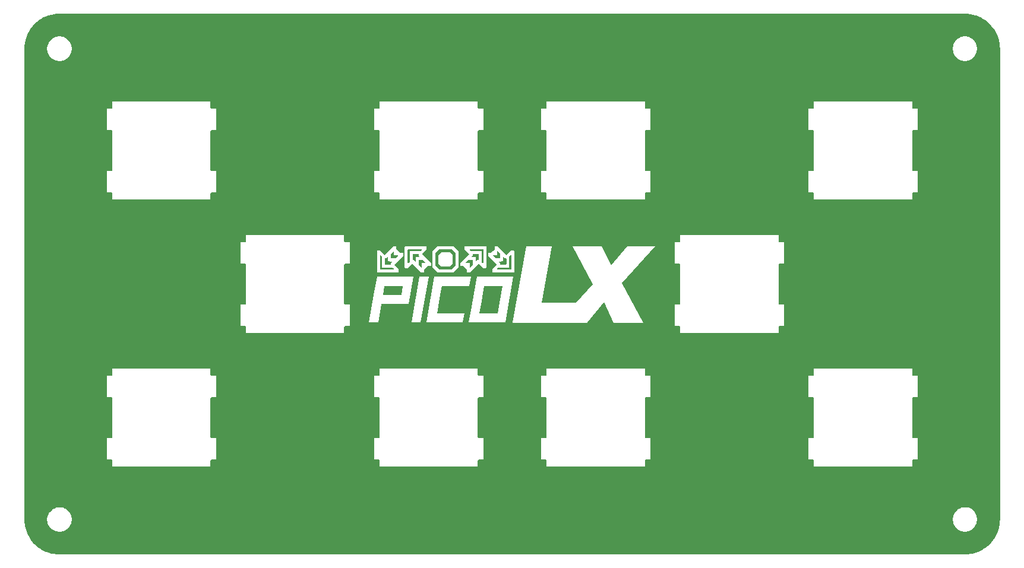
<source format=gtl>
%TF.GenerationSoftware,KiCad,Pcbnew,(7.0.0)*%
%TF.CreationDate,2023-03-23T02:07:03-06:00*%
%TF.ProjectId,MainPlate,4d61696e-506c-4617-9465-2e6b69636164,rev?*%
%TF.SameCoordinates,Original*%
%TF.FileFunction,Copper,L1,Top*%
%TF.FilePolarity,Positive*%
%FSLAX46Y46*%
G04 Gerber Fmt 4.6, Leading zero omitted, Abs format (unit mm)*
G04 Created by KiCad (PCBNEW (7.0.0)) date 2023-03-23 02:07:03*
%MOMM*%
%LPD*%
G01*
G04 APERTURE LIST*
G04 APERTURE END LIST*
%TA.AperFunction,NonConductor*%
G36*
X132923797Y-95451484D02*
G01*
X132927162Y-95459612D01*
X132927162Y-96072036D01*
X133539555Y-96072036D01*
X133547683Y-96075401D01*
X133551055Y-96083526D01*
X133547697Y-96091657D01*
X133145530Y-96494875D01*
X133141796Y-96497376D01*
X133137388Y-96498254D01*
X132512443Y-96498279D01*
X132504312Y-96494911D01*
X132500943Y-96486780D01*
X132500922Y-96226604D01*
X132500892Y-95861779D01*
X132501770Y-95857372D01*
X132504268Y-95853640D01*
X132907541Y-95451468D01*
X132915672Y-95448112D01*
X132923797Y-95451484D01*
G37*
%TD.AperFunction*%
%TA.AperFunction,NonConductor*%
G36*
X147700874Y-95451496D02*
G01*
X148104092Y-95853663D01*
X148106593Y-95857397D01*
X148107471Y-95861805D01*
X148107471Y-96486755D01*
X148104103Y-96494886D01*
X148095972Y-96498254D01*
X148030453Y-96498260D01*
X147471027Y-96498305D01*
X147466618Y-96497427D01*
X147462883Y-96494926D01*
X147060690Y-96091657D01*
X147057333Y-96083526D01*
X147060705Y-96075401D01*
X147068833Y-96072036D01*
X147678966Y-96072036D01*
X147681253Y-96072036D01*
X147681253Y-95459638D01*
X147684618Y-95451510D01*
X147692743Y-95448138D01*
X147700874Y-95451496D01*
G37*
%TD.AperFunction*%
%TA.AperFunction,NonConductor*%
G36*
X144995864Y-95881093D02*
G01*
X144998087Y-95883803D01*
X145000887Y-95886101D01*
X145002824Y-95892489D01*
X145002824Y-96722154D01*
X144999456Y-96730286D01*
X144991324Y-96733654D01*
X144791104Y-96733654D01*
X144789487Y-96735266D01*
X144789486Y-96735267D01*
X144596240Y-96928034D01*
X144588133Y-96931392D01*
X144580017Y-96928055D01*
X144576618Y-96919966D01*
X144572769Y-96310055D01*
X144571898Y-96310055D01*
X144571898Y-96309182D01*
X144569620Y-96309167D01*
X144569619Y-96309167D01*
X143961903Y-96305358D01*
X143953813Y-96301959D01*
X143950475Y-96293844D01*
X143953831Y-96285739D01*
X144148219Y-96090823D01*
X144148219Y-95890655D01*
X144151587Y-95882523D01*
X144159719Y-95879155D01*
X144989475Y-95879155D01*
X144995864Y-95881093D01*
G37*
%TD.AperFunction*%
%TA.AperFunction,NonConductor*%
G36*
X136456722Y-95882496D02*
G01*
X136460090Y-95890628D01*
X136460090Y-96090821D01*
X136461702Y-96092437D01*
X136461703Y-96092438D01*
X136654499Y-96285712D01*
X136657857Y-96293819D01*
X136654520Y-96301935D01*
X136646430Y-96305334D01*
X136038795Y-96309167D01*
X136038793Y-96309167D01*
X136036519Y-96309182D01*
X136036519Y-96310055D01*
X136035646Y-96310055D01*
X136035631Y-96312329D01*
X136035631Y-96312331D01*
X136031797Y-96919996D01*
X136028398Y-96928085D01*
X136020283Y-96931423D01*
X136012176Y-96928065D01*
X135866712Y-96782980D01*
X135817284Y-96733681D01*
X135617092Y-96733681D01*
X135608960Y-96730313D01*
X135605592Y-96722181D01*
X135605592Y-95892478D01*
X135607530Y-95886089D01*
X135610239Y-95883865D01*
X135612537Y-95881066D01*
X135618926Y-95879128D01*
X136448590Y-95879128D01*
X136456722Y-95882496D01*
G37*
%TD.AperFunction*%
%TA.AperFunction,NonConductor*%
G36*
X145570946Y-95165046D02*
G01*
X145570973Y-95165047D01*
X145580428Y-95165236D01*
X145580873Y-95165255D01*
X145589643Y-95165797D01*
X145590101Y-95165836D01*
X145598410Y-95166715D01*
X145598918Y-95166781D01*
X145606784Y-95167979D01*
X145607277Y-95168066D01*
X145614730Y-95169566D01*
X145615252Y-95169685D01*
X145622260Y-95171459D01*
X145622806Y-95171612D01*
X145629398Y-95173642D01*
X145629926Y-95173819D01*
X145636189Y-95176113D01*
X145636697Y-95176316D01*
X145642566Y-95178828D01*
X145643099Y-95179074D01*
X145645794Y-95180405D01*
X145648582Y-95181783D01*
X145649135Y-95182075D01*
X145654268Y-95184972D01*
X145654785Y-95185283D01*
X145659613Y-95188371D01*
X145660096Y-95188698D01*
X145664625Y-95191959D01*
X145665095Y-95192318D01*
X145669270Y-95195686D01*
X145669301Y-95195711D01*
X145669771Y-95196112D01*
X145673684Y-95199633D01*
X145674126Y-95200052D01*
X145677985Y-95203913D01*
X145677993Y-95203921D01*
X145677985Y-95203914D01*
X145681851Y-95207773D01*
X145682270Y-95208214D01*
X145685804Y-95212136D01*
X145686195Y-95212594D01*
X145688905Y-95215949D01*
X145689595Y-95216804D01*
X145689966Y-95217290D01*
X145693220Y-95221804D01*
X145693564Y-95222311D01*
X145696635Y-95227110D01*
X145696963Y-95227655D01*
X145699853Y-95232774D01*
X145700149Y-95233333D01*
X145702853Y-95238804D01*
X145703115Y-95239373D01*
X145705605Y-95245189D01*
X145705832Y-95245760D01*
X145708100Y-95251953D01*
X145708292Y-95252525D01*
X145710317Y-95259104D01*
X145710475Y-95259666D01*
X145712247Y-95266669D01*
X145712372Y-95267222D01*
X145713859Y-95274614D01*
X145713954Y-95275153D01*
X145715145Y-95282986D01*
X145715212Y-95283506D01*
X145716088Y-95291792D01*
X145716130Y-95292293D01*
X145716669Y-95301031D01*
X145716689Y-95301508D01*
X145716877Y-95310863D01*
X145716879Y-95311093D01*
X145716959Y-97140293D01*
X145716959Y-97147746D01*
X145713631Y-97155837D01*
X145705573Y-97159245D01*
X145578602Y-97160509D01*
X145574137Y-97159655D01*
X145570351Y-97157137D01*
X145428567Y-97015178D01*
X145425204Y-97007051D01*
X145425204Y-95459061D01*
X145425204Y-95456774D01*
X143874845Y-95456774D01*
X143866719Y-95453412D01*
X143861437Y-95448138D01*
X143724736Y-95311631D01*
X143722216Y-95307843D01*
X143721363Y-95303374D01*
X143721387Y-95301031D01*
X143722677Y-95176347D01*
X143726086Y-95168293D01*
X143734176Y-95164967D01*
X143741607Y-95164967D01*
X143741687Y-95164967D01*
X145570946Y-95165046D01*
G37*
%TD.AperFunction*%
%TA.AperFunction,NonConductor*%
G36*
X136882299Y-95168267D02*
G01*
X136885706Y-95176322D01*
X136886069Y-95212610D01*
X136886973Y-95303347D01*
X136886119Y-95307814D01*
X136883600Y-95311599D01*
X136741587Y-95453411D01*
X136733461Y-95456774D01*
X135183237Y-95456774D01*
X135183237Y-95459061D01*
X135183237Y-97007051D01*
X135179874Y-97015177D01*
X135038091Y-97157161D01*
X135034304Y-97159681D01*
X135029835Y-97160534D01*
X134929911Y-97159501D01*
X134902808Y-97159220D01*
X134894754Y-97155812D01*
X134891428Y-97147722D01*
X134891428Y-97140293D01*
X134891437Y-96923555D01*
X134891508Y-95310937D01*
X134891697Y-95301469D01*
X134891717Y-95301008D01*
X134892256Y-95292293D01*
X134892259Y-95292251D01*
X134892298Y-95291792D01*
X134893177Y-95283483D01*
X134893243Y-95282976D01*
X134894434Y-95275153D01*
X134894441Y-95275106D01*
X134894524Y-95274635D01*
X134896028Y-95267159D01*
X134896146Y-95266646D01*
X134897920Y-95259638D01*
X134898078Y-95259075D01*
X134900098Y-95252517D01*
X134900290Y-95251946D01*
X134902557Y-95245760D01*
X134902565Y-95245737D01*
X134902780Y-95245193D01*
X134905282Y-95239348D01*
X134905540Y-95238791D01*
X134908243Y-95233318D01*
X134908531Y-95232774D01*
X134911442Y-95227614D01*
X134911734Y-95227129D01*
X134914842Y-95222268D01*
X134915172Y-95221785D01*
X134918425Y-95217267D01*
X134918771Y-95216812D01*
X134922190Y-95212574D01*
X134922564Y-95212136D01*
X134926094Y-95208213D01*
X134926512Y-95207773D01*
X134930373Y-95203914D01*
X134930387Y-95203900D01*
X134934230Y-95200046D01*
X134934674Y-95199624D01*
X134938594Y-95196090D01*
X134939020Y-95195724D01*
X134943274Y-95192287D01*
X134943741Y-95191932D01*
X134948249Y-95188682D01*
X134948725Y-95188357D01*
X134953586Y-95185245D01*
X134954078Y-95184948D01*
X134959249Y-95182029D01*
X134959769Y-95181754D01*
X134965278Y-95179031D01*
X134965795Y-95178793D01*
X134971656Y-95176284D01*
X134972178Y-95176076D01*
X134978445Y-95173782D01*
X134978949Y-95173612D01*
X134985556Y-95171578D01*
X134986099Y-95171425D01*
X134993124Y-95169648D01*
X134993646Y-95169530D01*
X135001110Y-95168028D01*
X135001560Y-95167949D01*
X135009436Y-95166751D01*
X135009950Y-95166685D01*
X135018274Y-95165804D01*
X135018705Y-95165768D01*
X135027489Y-95165226D01*
X135027928Y-95165207D01*
X135037387Y-95165018D01*
X135037413Y-95165017D01*
X136866754Y-95164939D01*
X136874208Y-95164939D01*
X136882299Y-95168267D01*
G37*
%TD.AperFunction*%
%TA.AperFunction,NonConductor*%
G36*
X132067480Y-96305568D02*
G01*
X132070879Y-96313658D01*
X132074712Y-96921294D01*
X132074712Y-96921295D01*
X132074727Y-96923571D01*
X132075600Y-96923571D01*
X132075600Y-96924471D01*
X132685488Y-96928318D01*
X132693576Y-96931717D01*
X132696914Y-96939832D01*
X132693556Y-96947939D01*
X132500811Y-97141188D01*
X132500810Y-97141189D01*
X132499199Y-97142805D01*
X132499199Y-97145088D01*
X132499199Y-97343024D01*
X132495831Y-97351156D01*
X132487699Y-97354524D01*
X131658034Y-97354524D01*
X131651646Y-97352587D01*
X131649376Y-97349822D01*
X131646611Y-97347553D01*
X131644673Y-97341164D01*
X131644673Y-96511499D01*
X131648041Y-96503367D01*
X131656173Y-96499999D01*
X131854082Y-96499999D01*
X131856367Y-96499999D01*
X132051258Y-96305588D01*
X132059364Y-96302231D01*
X132067480Y-96305568D01*
G37*
%TD.AperFunction*%
%TA.AperFunction,NonConductor*%
G36*
X148557157Y-96305636D02*
G01*
X148565200Y-96313658D01*
X148752025Y-96499998D01*
X148754308Y-96499998D01*
X148952242Y-96499998D01*
X148960374Y-96503366D01*
X148963742Y-96511498D01*
X148963742Y-97341164D01*
X148961805Y-97347552D01*
X148959073Y-97349794D01*
X148956760Y-97352613D01*
X148950371Y-97354551D01*
X148120744Y-97354551D01*
X148112612Y-97351183D01*
X148109244Y-97343051D01*
X148109244Y-97145115D01*
X148109244Y-97142831D01*
X148073457Y-97106960D01*
X147914837Y-96947966D01*
X147911478Y-96939859D01*
X147914815Y-96931743D01*
X147922903Y-96928344D01*
X148532815Y-96924497D01*
X148532815Y-96923598D01*
X148533688Y-96923598D01*
X148537536Y-96313703D01*
X148540935Y-96305616D01*
X148549050Y-96302278D01*
X148557157Y-96305636D01*
G37*
%TD.AperFunction*%
%TA.AperFunction,NonConductor*%
G36*
X144143157Y-96738768D02*
G01*
X144146526Y-96746899D01*
X144146577Y-97371843D01*
X144145699Y-97376252D01*
X144143198Y-97379987D01*
X143739930Y-97782156D01*
X143731799Y-97785513D01*
X143723674Y-97782141D01*
X143720309Y-97774013D01*
X143720309Y-97163930D01*
X143720309Y-97161643D01*
X143107862Y-97161643D01*
X143099734Y-97158278D01*
X143096362Y-97150153D01*
X143099720Y-97142022D01*
X143234339Y-97007051D01*
X143501887Y-96738802D01*
X143505619Y-96736303D01*
X143510022Y-96735425D01*
X144135027Y-96735400D01*
X144143157Y-96738768D01*
G37*
%TD.AperFunction*%
%TA.AperFunction,NonConductor*%
G36*
X137102716Y-96736251D02*
G01*
X137106450Y-96738751D01*
X137506894Y-97140293D01*
X137508619Y-97142022D01*
X137511976Y-97150153D01*
X137508604Y-97158278D01*
X137500476Y-97161643D01*
X136888053Y-97161643D01*
X136888053Y-97163930D01*
X136888053Y-97774037D01*
X136884688Y-97782165D01*
X136876563Y-97785537D01*
X136868432Y-97782179D01*
X136465240Y-97380039D01*
X136462739Y-97376305D01*
X136461861Y-97371901D01*
X136461836Y-96746923D01*
X136465204Y-96738794D01*
X136473334Y-96735425D01*
X137098308Y-96735373D01*
X137102716Y-96736251D01*
G37*
%TD.AperFunction*%
%TA.AperFunction,NonConductor*%
G36*
X141193917Y-95177144D02*
G01*
X141743891Y-95727118D01*
X141747259Y-95735250D01*
X141747259Y-97498404D01*
X141743890Y-97506536D01*
X141201733Y-98048720D01*
X141193917Y-98056536D01*
X141190186Y-98059029D01*
X141185785Y-98059904D01*
X139422630Y-98059904D01*
X139414498Y-98056536D01*
X138864498Y-97506536D01*
X138861130Y-97498404D01*
X138861130Y-97237737D01*
X139293301Y-97237737D01*
X139683298Y-97627733D01*
X140922804Y-97627733D01*
X140925091Y-97627733D01*
X141315088Y-97237737D01*
X141315088Y-95995942D01*
X140925091Y-95605920D01*
X139683298Y-95605920D01*
X139682498Y-95606719D01*
X139682495Y-95606722D01*
X139294919Y-95994323D01*
X139294918Y-95994324D01*
X139293301Y-95995942D01*
X139293301Y-97237737D01*
X138861130Y-97237737D01*
X138861130Y-95735250D01*
X138862005Y-95730849D01*
X138864498Y-95727118D01*
X139414498Y-95177144D01*
X139422630Y-95173776D01*
X141185785Y-95173776D01*
X141193917Y-95177144D01*
G37*
%TD.AperFunction*%
%TA.AperFunction,NonConductor*%
G36*
X131073358Y-96073996D02*
G01*
X131077144Y-96076514D01*
X131218956Y-96218502D01*
X131222319Y-96226629D01*
X131222319Y-97776879D01*
X131224606Y-97776879D01*
X132772572Y-97776879D01*
X132780697Y-97780241D01*
X132860911Y-97860341D01*
X132922681Y-97922024D01*
X132925200Y-97925810D01*
X132926054Y-97930278D01*
X132925283Y-98006286D01*
X132924773Y-98056536D01*
X132924765Y-98057304D01*
X132921356Y-98065360D01*
X132913266Y-98068687D01*
X132905837Y-98068687D01*
X131076612Y-98068608D01*
X131076383Y-98068606D01*
X131076000Y-98068598D01*
X131067030Y-98068418D01*
X131066552Y-98068398D01*
X131057820Y-98067859D01*
X131057320Y-98067817D01*
X131049036Y-98066941D01*
X131048516Y-98066874D01*
X131040685Y-98065683D01*
X131040146Y-98065588D01*
X131032739Y-98064098D01*
X131032188Y-98063973D01*
X131025195Y-98062205D01*
X131024631Y-98062047D01*
X131018058Y-98060024D01*
X131017488Y-98059832D01*
X131011300Y-98057567D01*
X131010729Y-98057341D01*
X131004901Y-98054847D01*
X131004332Y-98054585D01*
X130998862Y-98051883D01*
X130998304Y-98051588D01*
X130993175Y-98048693D01*
X130992664Y-98048386D01*
X130987842Y-98045302D01*
X130987328Y-98044953D01*
X130982831Y-98041714D01*
X130982329Y-98041331D01*
X130978120Y-98037933D01*
X130977681Y-98037559D01*
X130973758Y-98034025D01*
X130973321Y-98033609D01*
X130969459Y-98029741D01*
X130969465Y-98029748D01*
X130969446Y-98029729D01*
X130969446Y-98029728D01*
X130965590Y-98025884D01*
X130965180Y-98025454D01*
X130961636Y-98021522D01*
X130961234Y-98021051D01*
X130957857Y-98016871D01*
X130957474Y-98016370D01*
X130954233Y-98011875D01*
X130953875Y-98011348D01*
X130950804Y-98006549D01*
X130950477Y-98006006D01*
X130947571Y-98000859D01*
X130947307Y-98000362D01*
X130944580Y-97994844D01*
X130944330Y-97994301D01*
X130941837Y-97988478D01*
X130941616Y-97987924D01*
X130939331Y-97981681D01*
X130939150Y-97981142D01*
X130937124Y-97974559D01*
X130936966Y-97973996D01*
X130935198Y-97967006D01*
X130935073Y-97966455D01*
X130933576Y-97959012D01*
X130933494Y-97958548D01*
X130932296Y-97950672D01*
X130932230Y-97950158D01*
X130932230Y-97950157D01*
X130931351Y-97941853D01*
X130931314Y-97941402D01*
X130930772Y-97932626D01*
X130930753Y-97932167D01*
X130930753Y-97932164D01*
X130930564Y-97922717D01*
X130930484Y-96093361D01*
X130930484Y-96085908D01*
X130933812Y-96077817D01*
X130941869Y-96074409D01*
X131029912Y-96073530D01*
X131068893Y-96073142D01*
X131073358Y-96073996D01*
G37*
%TD.AperFunction*%
%TA.AperFunction,NonConductor*%
G36*
X149666499Y-96074432D02*
G01*
X149674555Y-96077841D01*
X149677882Y-96085931D01*
X149677882Y-96093360D01*
X149677803Y-97922585D01*
X149677801Y-97922816D01*
X149677613Y-97932164D01*
X149677593Y-97932643D01*
X149677053Y-97941375D01*
X149677011Y-97941876D01*
X149676134Y-97950157D01*
X149676067Y-97950677D01*
X149674874Y-97958514D01*
X149674779Y-97959052D01*
X149673288Y-97966461D01*
X149673162Y-97967015D01*
X149671392Y-97974004D01*
X149671234Y-97974567D01*
X149669212Y-97981131D01*
X149669021Y-97981699D01*
X149666749Y-97987905D01*
X149666522Y-97988476D01*
X149664029Y-97994300D01*
X149663766Y-97994871D01*
X149661071Y-98000323D01*
X149660778Y-98000878D01*
X149657881Y-98006013D01*
X149657553Y-98006558D01*
X149654493Y-98011343D01*
X149654137Y-98011868D01*
X149650896Y-98016368D01*
X149650516Y-98016866D01*
X149647136Y-98021057D01*
X149646732Y-98021531D01*
X149643215Y-98025439D01*
X149642798Y-98025879D01*
X149638938Y-98029738D01*
X149638925Y-98029751D01*
X149638924Y-98029750D01*
X149635075Y-98033609D01*
X149634635Y-98034028D01*
X149630719Y-98037559D01*
X149630245Y-98037963D01*
X149626065Y-98041340D01*
X149625564Y-98041723D01*
X149621069Y-98044964D01*
X149620542Y-98045322D01*
X149615743Y-98048393D01*
X149615200Y-98048720D01*
X149610087Y-98051608D01*
X149609524Y-98051906D01*
X149604068Y-98054601D01*
X149603503Y-98054861D01*
X149597664Y-98057362D01*
X149597090Y-98057590D01*
X149590899Y-98059857D01*
X149590327Y-98060049D01*
X149583749Y-98062073D01*
X149583186Y-98062231D01*
X149576194Y-98063999D01*
X149575641Y-98064124D01*
X149568239Y-98065612D01*
X149567703Y-98065707D01*
X149559861Y-98066900D01*
X149559340Y-98066967D01*
X149551055Y-98067843D01*
X149550554Y-98067885D01*
X149541819Y-98068424D01*
X149541342Y-98068444D01*
X149531985Y-98068632D01*
X149531754Y-98068634D01*
X147702556Y-98068713D01*
X147695128Y-98068713D01*
X147687037Y-98065385D01*
X147683629Y-98057328D01*
X147683621Y-98056536D01*
X147682360Y-97930329D01*
X147683214Y-97925864D01*
X147685731Y-97922080D01*
X147827747Y-97780266D01*
X147835873Y-97776905D01*
X149383809Y-97776905D01*
X149386096Y-97776905D01*
X149386096Y-96226604D01*
X149389459Y-96218477D01*
X149531246Y-96076514D01*
X149535033Y-96073996D01*
X149539499Y-96073142D01*
X149666499Y-96074432D01*
G37*
%TD.AperFunction*%
%TA.AperFunction,NonConductor*%
G36*
X162899238Y-102757548D02*
G01*
X162904572Y-102762971D01*
X164262435Y-105647555D01*
X160556528Y-105645041D01*
X162885221Y-102760643D01*
X162891686Y-102756640D01*
X162899238Y-102757548D01*
G37*
%TD.AperFunction*%
%TA.AperFunction,NonConductor*%
G36*
X132861949Y-94751945D02*
G01*
X131615314Y-95998631D01*
X131610158Y-96001607D01*
X131604206Y-96001607D01*
X131599050Y-95998631D01*
X131594742Y-95994323D01*
X130967420Y-95366975D01*
X130966287Y-95366976D01*
X130966283Y-95366976D01*
X130651161Y-95367477D01*
X130651107Y-95367477D01*
X130651084Y-95367478D01*
X130651056Y-95367478D01*
X130650993Y-95367480D01*
X130638709Y-95367864D01*
X130638681Y-95367865D01*
X130638515Y-95367871D01*
X130638332Y-95367888D01*
X130638326Y-95367889D01*
X130626910Y-95368987D01*
X130626890Y-95368989D01*
X130626699Y-95369008D01*
X130626502Y-95369040D01*
X130626483Y-95369043D01*
X130615815Y-95370804D01*
X130615801Y-95370806D01*
X130615612Y-95370838D01*
X130615435Y-95370880D01*
X130615411Y-95370885D01*
X130605434Y-95373264D01*
X130605418Y-95373268D01*
X130605231Y-95373313D01*
X130605046Y-95373371D01*
X130605037Y-95373374D01*
X130595736Y-95376317D01*
X130595717Y-95376323D01*
X130595533Y-95376382D01*
X130595362Y-95376450D01*
X130595335Y-95376460D01*
X130586694Y-95379916D01*
X130586684Y-95379920D01*
X130586495Y-95379996D01*
X130586320Y-95380081D01*
X130586301Y-95380090D01*
X130578294Y-95384007D01*
X130578270Y-95384019D01*
X130578094Y-95384106D01*
X130577912Y-95384212D01*
X130577898Y-95384220D01*
X130570499Y-95388549D01*
X130570306Y-95388662D01*
X130570133Y-95388780D01*
X130570122Y-95388788D01*
X130563277Y-95393498D01*
X130563252Y-95393516D01*
X130563109Y-95393615D01*
X130562964Y-95393730D01*
X130562949Y-95393742D01*
X130556632Y-95398790D01*
X130556616Y-95398803D01*
X130556478Y-95398914D01*
X130556347Y-95399033D01*
X130556330Y-95399049D01*
X130550535Y-95404377D01*
X130550509Y-95404402D01*
X130550391Y-95404511D01*
X130550282Y-95404624D01*
X130550259Y-95404648D01*
X130544942Y-95410232D01*
X130544925Y-95410250D01*
X130544826Y-95410355D01*
X130544726Y-95410473D01*
X130544711Y-95410491D01*
X130539877Y-95416253D01*
X130539864Y-95416269D01*
X130539757Y-95416397D01*
X130539658Y-95416529D01*
X130539648Y-95416543D01*
X130535252Y-95422467D01*
X130535238Y-95422486D01*
X130535163Y-95422588D01*
X130535102Y-95422679D01*
X130535082Y-95422709D01*
X130531100Y-95428756D01*
X130531020Y-95428878D01*
X130530965Y-95428971D01*
X130530948Y-95428999D01*
X130527362Y-95435119D01*
X130527305Y-95435217D01*
X130527267Y-95435287D01*
X130527249Y-95435322D01*
X130524049Y-95441451D01*
X130524035Y-95441479D01*
X130523995Y-95441556D01*
X130523956Y-95441638D01*
X130523945Y-95441662D01*
X130521132Y-95447704D01*
X130521120Y-95447731D01*
X130521067Y-95447846D01*
X130521013Y-95447981D01*
X130521011Y-95447988D01*
X130516445Y-95459612D01*
X130516262Y-95460077D01*
X130516204Y-95460263D01*
X130516201Y-95460272D01*
X130512762Y-95471330D01*
X130512760Y-95471337D01*
X130512705Y-95471515D01*
X130512666Y-95471673D01*
X130512661Y-95471693D01*
X130510245Y-95481619D01*
X130510239Y-95481646D01*
X130510211Y-95481762D01*
X130510187Y-95481886D01*
X130510184Y-95481904D01*
X130508616Y-95490303D01*
X130508594Y-95490423D01*
X130508579Y-95490527D01*
X130508576Y-95490549D01*
X130508576Y-95490552D01*
X130507668Y-95497100D01*
X130507658Y-95497208D01*
X130507656Y-95497229D01*
X130507173Y-95502660D01*
X130507173Y-95502664D01*
X130507151Y-95502917D01*
X130507151Y-95503175D01*
X130507151Y-95503176D01*
X130507151Y-98339462D01*
X130507301Y-98348193D01*
X130507331Y-98349878D01*
X130507861Y-98359821D01*
X130507869Y-98359917D01*
X130507872Y-98359948D01*
X130508713Y-98369154D01*
X130508716Y-98369181D01*
X130508727Y-98369301D01*
X130508740Y-98369407D01*
X130508745Y-98369444D01*
X130509892Y-98378184D01*
X130509896Y-98378211D01*
X130509912Y-98378331D01*
X130509928Y-98378425D01*
X130509933Y-98378456D01*
X130510809Y-98383501D01*
X130511403Y-98386921D01*
X130511429Y-98387042D01*
X130511430Y-98387045D01*
X130513160Y-98394976D01*
X130513168Y-98395009D01*
X130513184Y-98395082D01*
X130513207Y-98395170D01*
X130513213Y-98395193D01*
X130515202Y-98402683D01*
X130515240Y-98402826D01*
X130515277Y-98402943D01*
X130515285Y-98402971D01*
X130517088Y-98408684D01*
X130517555Y-98410163D01*
X130517592Y-98410263D01*
X130517597Y-98410278D01*
X130518492Y-98412703D01*
X130520116Y-98417104D01*
X130520157Y-98417201D01*
X130520164Y-98417218D01*
X130522844Y-98423516D01*
X130522856Y-98423543D01*
X130522907Y-98423662D01*
X130522970Y-98423792D01*
X130522983Y-98423820D01*
X130525846Y-98429711D01*
X130525912Y-98429846D01*
X130525969Y-98429950D01*
X130525977Y-98429965D01*
X130525994Y-98429995D01*
X130529118Y-98435669D01*
X130529344Y-98436034D01*
X130532423Y-98441005D01*
X130532436Y-98441025D01*
X130532508Y-98441141D01*
X130532587Y-98441256D01*
X130532595Y-98441267D01*
X130533698Y-98442857D01*
X130536068Y-98446273D01*
X130536165Y-98446398D01*
X130536172Y-98446408D01*
X130539702Y-98450973D01*
X130539782Y-98451076D01*
X130543637Y-98455562D01*
X130543970Y-98455848D01*
X130548008Y-98459317D01*
X130548018Y-98459325D01*
X130548118Y-98459411D01*
X130552917Y-98463122D01*
X130553049Y-98463213D01*
X130553051Y-98463215D01*
X130554233Y-98464035D01*
X130558045Y-98466678D01*
X130560406Y-98468140D01*
X130563394Y-98469991D01*
X130563402Y-98469995D01*
X130563514Y-98470065D01*
X130569333Y-98473268D01*
X130575515Y-98476272D01*
X130582070Y-98479060D01*
X130589009Y-98481620D01*
X130592856Y-98482834D01*
X130596210Y-98483893D01*
X130596220Y-98483895D01*
X130596344Y-98483935D01*
X130604085Y-98485989D01*
X130612243Y-98487770D01*
X130612363Y-98487790D01*
X130612364Y-98487791D01*
X130620743Y-98489245D01*
X130620746Y-98489245D01*
X130620830Y-98489260D01*
X130629856Y-98490445D01*
X130639333Y-98491311D01*
X130649272Y-98491841D01*
X130659683Y-98492021D01*
X133495997Y-98492021D01*
X133496255Y-98492021D01*
X133502071Y-98491503D01*
X133508746Y-98490578D01*
X133517405Y-98488960D01*
X133527649Y-98486465D01*
X133539084Y-98482906D01*
X133551311Y-98478099D01*
X133557598Y-98475169D01*
X133563935Y-98471857D01*
X133570272Y-98468140D01*
X133576559Y-98463995D01*
X133582747Y-98459398D01*
X133588786Y-98454327D01*
X133594627Y-98448758D01*
X133600221Y-98442668D01*
X133605516Y-98436034D01*
X133610465Y-98428833D01*
X133615018Y-98421040D01*
X133619124Y-98412634D01*
X133622734Y-98403591D01*
X133625799Y-98393888D01*
X133628269Y-98383501D01*
X133630095Y-98372408D01*
X133631227Y-98360585D01*
X133631615Y-98348009D01*
X133632118Y-98031699D01*
X133600741Y-98000323D01*
X133000461Y-97400068D01*
X132997485Y-97394913D01*
X132997485Y-97388960D01*
X133000459Y-97383806D01*
X134257541Y-96126727D01*
X134257541Y-95714135D01*
X134255254Y-95714135D01*
X133849686Y-95714135D01*
X133845285Y-95713260D01*
X133841554Y-95710766D01*
X133621361Y-95490552D01*
X133564941Y-95434126D01*
X133288327Y-95157539D01*
X133285834Y-95153809D01*
X133284959Y-95149408D01*
X133284959Y-94752260D01*
X134546811Y-94753199D01*
X134543153Y-94754550D01*
X134543124Y-94754561D01*
X134543028Y-94754597D01*
X134542918Y-94754643D01*
X134542900Y-94754651D01*
X134536589Y-94757338D01*
X134536568Y-94757347D01*
X134536473Y-94757388D01*
X134536378Y-94757433D01*
X134536363Y-94757441D01*
X134530409Y-94760335D01*
X134530389Y-94760345D01*
X134530291Y-94760393D01*
X134530188Y-94760449D01*
X134530172Y-94760458D01*
X134524595Y-94763528D01*
X134524565Y-94763545D01*
X134524470Y-94763598D01*
X134524345Y-94763674D01*
X134524339Y-94763679D01*
X134519138Y-94766903D01*
X134519124Y-94766911D01*
X134519000Y-94766989D01*
X134518900Y-94767058D01*
X134518873Y-94767076D01*
X134515020Y-94769750D01*
X134513870Y-94770548D01*
X134513769Y-94770625D01*
X134513750Y-94770640D01*
X134509190Y-94774167D01*
X134509168Y-94774184D01*
X134509067Y-94774263D01*
X134508973Y-94774342D01*
X134508953Y-94774360D01*
X134504914Y-94777830D01*
X134504907Y-94777836D01*
X134504581Y-94778117D01*
X134504300Y-94778443D01*
X134504294Y-94778450D01*
X134501524Y-94781675D01*
X134500727Y-94782603D01*
X134500658Y-94782691D01*
X134500641Y-94782713D01*
X134497105Y-94787285D01*
X134497081Y-94787317D01*
X134497012Y-94787407D01*
X134496944Y-94787504D01*
X134496933Y-94787520D01*
X134493515Y-94792446D01*
X134493501Y-94792467D01*
X134493452Y-94792538D01*
X134493403Y-94792616D01*
X134493386Y-94792643D01*
X134490142Y-94797879D01*
X134490139Y-94797885D01*
X134490062Y-94798010D01*
X134489999Y-94798123D01*
X134489987Y-94798145D01*
X134486932Y-94803695D01*
X134486857Y-94803832D01*
X134486812Y-94803924D01*
X134486794Y-94803959D01*
X134483902Y-94809909D01*
X134483888Y-94809938D01*
X134483851Y-94810016D01*
X134483807Y-94810118D01*
X134483804Y-94810126D01*
X134481109Y-94816458D01*
X134481096Y-94816489D01*
X134481061Y-94816573D01*
X134481026Y-94816666D01*
X134481016Y-94816693D01*
X134478542Y-94823396D01*
X134478528Y-94823434D01*
X134478500Y-94823513D01*
X134478467Y-94823615D01*
X134478459Y-94823641D01*
X134476234Y-94830689D01*
X134476227Y-94830710D01*
X134476184Y-94830849D01*
X134476152Y-94830969D01*
X134476146Y-94830990D01*
X134474162Y-94838460D01*
X134474159Y-94838474D01*
X134474128Y-94838591D01*
X134474105Y-94838692D01*
X134474098Y-94838725D01*
X134472374Y-94846629D01*
X134472348Y-94846750D01*
X134472330Y-94846853D01*
X134472323Y-94846890D01*
X134471720Y-94850366D01*
X134470857Y-94855337D01*
X134470844Y-94855434D01*
X134470839Y-94855468D01*
X134469689Y-94864222D01*
X134469685Y-94864248D01*
X134469671Y-94864363D01*
X134469661Y-94864471D01*
X134469656Y-94864517D01*
X134468814Y-94873746D01*
X134468811Y-94873785D01*
X134468806Y-94873840D01*
X134468805Y-94873858D01*
X134468801Y-94873916D01*
X134468278Y-94883709D01*
X134468276Y-94883744D01*
X134468275Y-94883779D01*
X134468275Y-94883801D01*
X134468273Y-94883862D01*
X134468241Y-94885739D01*
X134468095Y-94894190D01*
X134468095Y-97140292D01*
X134468095Y-97159103D01*
X134468095Y-97730761D01*
X134468116Y-97731000D01*
X134468117Y-97731017D01*
X134468598Y-97736422D01*
X134468612Y-97736577D01*
X134468632Y-97736725D01*
X134468634Y-97736738D01*
X134469515Y-97743099D01*
X134469518Y-97743116D01*
X134469537Y-97743253D01*
X134471153Y-97751911D01*
X134471191Y-97752067D01*
X134473604Y-97761982D01*
X134473609Y-97762000D01*
X134473647Y-97762156D01*
X134473699Y-97762323D01*
X134473701Y-97762330D01*
X134477145Y-97773403D01*
X134477151Y-97773422D01*
X134477204Y-97773590D01*
X134477370Y-97774013D01*
X134481948Y-97785661D01*
X134481951Y-97785668D01*
X134482010Y-97785817D01*
X134484939Y-97792105D01*
X134484996Y-97792214D01*
X134488169Y-97798287D01*
X134488177Y-97798302D01*
X134488250Y-97798441D01*
X134491966Y-97804778D01*
X134496111Y-97811065D01*
X134496196Y-97811179D01*
X134496202Y-97811188D01*
X134497821Y-97813367D01*
X134500707Y-97817253D01*
X134500839Y-97817410D01*
X134505643Y-97823133D01*
X134505654Y-97823145D01*
X134505778Y-97823293D01*
X134505905Y-97823426D01*
X134505912Y-97823434D01*
X134507687Y-97825296D01*
X134511347Y-97829134D01*
X134517437Y-97834727D01*
X134524071Y-97840023D01*
X134524241Y-97840139D01*
X134524248Y-97840145D01*
X134530170Y-97844214D01*
X134531273Y-97844972D01*
X134531452Y-97845076D01*
X134531459Y-97845081D01*
X134535639Y-97847522D01*
X134539066Y-97849524D01*
X134547472Y-97853630D01*
X134556516Y-97857240D01*
X134566221Y-97860305D01*
X134576609Y-97862776D01*
X134587704Y-97864601D01*
X134599529Y-97865733D01*
X134612108Y-97866122D01*
X134928391Y-97866625D01*
X135560049Y-97234966D01*
X135565203Y-97231992D01*
X135571156Y-97231992D01*
X135576311Y-97234968D01*
X136800578Y-98459287D01*
X136833364Y-98492074D01*
X137243695Y-98492074D01*
X137245982Y-98492074D01*
X137245982Y-98084220D01*
X137249350Y-98076088D01*
X137802552Y-97522886D01*
X137810684Y-97519518D01*
X138216250Y-97519518D01*
X138218537Y-97519518D01*
X138218537Y-97106874D01*
X136961457Y-95849821D01*
X136958482Y-95844666D01*
X136958482Y-95838713D01*
X136961458Y-95833558D01*
X137060540Y-95734480D01*
X137593115Y-95201927D01*
X137592639Y-94885592D01*
X137592244Y-94873018D01*
X137591105Y-94861197D01*
X137589273Y-94850107D01*
X137586797Y-94839722D01*
X137583726Y-94830021D01*
X137580111Y-94820981D01*
X137578013Y-94816693D01*
X137576100Y-94812781D01*
X137576097Y-94812776D01*
X137576000Y-94812577D01*
X137571443Y-94804787D01*
X137566870Y-94798140D01*
X137566601Y-94797749D01*
X137566597Y-94797744D01*
X137566490Y-94797588D01*
X137561191Y-94790956D01*
X137555594Y-94784868D01*
X137551887Y-94781337D01*
X137549888Y-94779432D01*
X137549880Y-94779425D01*
X137549750Y-94779301D01*
X137543708Y-94774232D01*
X137537517Y-94769638D01*
X137531228Y-94765495D01*
X137528131Y-94763680D01*
X137525011Y-94761851D01*
X137524996Y-94761843D01*
X137524889Y-94761780D01*
X137522122Y-94760335D01*
X137518669Y-94758531D01*
X137518649Y-94758521D01*
X137518551Y-94758470D01*
X137518424Y-94758411D01*
X137518410Y-94758404D01*
X137512426Y-94755618D01*
X137512416Y-94755613D01*
X137512262Y-94755542D01*
X137512109Y-94755482D01*
X137512086Y-94755472D01*
X137511922Y-94755407D01*
X139137449Y-94756618D01*
X138430630Y-95463438D01*
X138430629Y-95463439D01*
X138429013Y-95465056D01*
X138429013Y-95730486D01*
X138429013Y-97503168D01*
X138429013Y-97768598D01*
X139152437Y-98492022D01*
X141453691Y-98492022D01*
X141455978Y-98492022D01*
X142179402Y-97768598D01*
X142179402Y-95465057D01*
X141472703Y-94758357D01*
X143087812Y-94759560D01*
X143083672Y-94761724D01*
X143083643Y-94761739D01*
X143083536Y-94761796D01*
X143083428Y-94761859D01*
X143083398Y-94761876D01*
X143077332Y-94765435D01*
X143077315Y-94765445D01*
X143077200Y-94765513D01*
X143077095Y-94765581D01*
X143077076Y-94765594D01*
X143071034Y-94769577D01*
X143071019Y-94769586D01*
X143070912Y-94769658D01*
X143070807Y-94769735D01*
X143070787Y-94769750D01*
X143064865Y-94774149D01*
X143064842Y-94774167D01*
X143064724Y-94774255D01*
X143064609Y-94774351D01*
X143064592Y-94774365D01*
X143059728Y-94778450D01*
X143058685Y-94779326D01*
X143058574Y-94779432D01*
X143058544Y-94779459D01*
X143052983Y-94784762D01*
X143052844Y-94784895D01*
X143052721Y-94785028D01*
X143052714Y-94785036D01*
X143047396Y-94790825D01*
X143047383Y-94790840D01*
X143047250Y-94790985D01*
X143047118Y-94791149D01*
X143047114Y-94791155D01*
X143042071Y-94797472D01*
X143042054Y-94797494D01*
X143041955Y-94797619D01*
X143040515Y-94799713D01*
X143037117Y-94804657D01*
X143037105Y-94804675D01*
X143037006Y-94804820D01*
X143036908Y-94804988D01*
X143032557Y-94812434D01*
X143032550Y-94812445D01*
X143032453Y-94812613D01*
X143032371Y-94812781D01*
X143032358Y-94812806D01*
X143028444Y-94820819D01*
X143028437Y-94820834D01*
X143028347Y-94821019D01*
X143028280Y-94821187D01*
X143028264Y-94821224D01*
X143024829Y-94829831D01*
X143024737Y-94830062D01*
X143024676Y-94830252D01*
X143024672Y-94830266D01*
X143021731Y-94839576D01*
X143021725Y-94839594D01*
X143021672Y-94839765D01*
X143021633Y-94839927D01*
X143021626Y-94839954D01*
X143019248Y-94849951D01*
X143019243Y-94849972D01*
X143019201Y-94850152D01*
X143019169Y-94850343D01*
X143019165Y-94850366D01*
X143018372Y-94855191D01*
X143017376Y-94861245D01*
X143017358Y-94861429D01*
X143017356Y-94861447D01*
X143016260Y-94872891D01*
X143016258Y-94872919D01*
X143016244Y-94873068D01*
X143016240Y-94873211D01*
X143016238Y-94873242D01*
X143015857Y-94885567D01*
X143015855Y-94885645D01*
X143015854Y-94885685D01*
X143015854Y-94885739D01*
X143015380Y-95200816D01*
X143015380Y-95200819D01*
X143015379Y-95201953D01*
X143016180Y-95202754D01*
X143016181Y-95202755D01*
X143052785Y-95239357D01*
X143544296Y-95730849D01*
X143647034Y-95833582D01*
X143650010Y-95838738D01*
X143650010Y-95844690D01*
X143647034Y-95849846D01*
X142390728Y-97106100D01*
X142390725Y-97106103D01*
X142389929Y-97106900D01*
X142389929Y-97229801D01*
X142389929Y-97297482D01*
X142389929Y-97519518D01*
X142797783Y-97519518D01*
X142802184Y-97520393D01*
X142805914Y-97522885D01*
X143082527Y-97799500D01*
X143345283Y-98062231D01*
X143359140Y-98076086D01*
X143361634Y-98079817D01*
X143362509Y-98084218D01*
X143362509Y-98492073D01*
X143773996Y-98492073D01*
X143775127Y-98492073D01*
X145032179Y-97234993D01*
X145037335Y-97232018D01*
X145043287Y-97232018D01*
X145048442Y-97234993D01*
X145680098Y-97866651D01*
X145996408Y-97866174D01*
X146008977Y-97865781D01*
X146020794Y-97864645D01*
X146031881Y-97862815D01*
X146042262Y-97860341D01*
X146051960Y-97857272D01*
X146060997Y-97853658D01*
X146069398Y-97849549D01*
X146077186Y-97844994D01*
X146084382Y-97840043D01*
X146091012Y-97834745D01*
X146097098Y-97829149D01*
X146102663Y-97823306D01*
X146107730Y-97817265D01*
X146112323Y-97811075D01*
X146116465Y-97804787D01*
X146120179Y-97798449D01*
X146123488Y-97792111D01*
X146126415Y-97785822D01*
X146131218Y-97773593D01*
X146134773Y-97762158D01*
X146137265Y-97751913D01*
X146138881Y-97743254D01*
X146139805Y-97736578D01*
X146140321Y-97730762D01*
X146140321Y-94894217D01*
X146140141Y-94883801D01*
X146139611Y-94873858D01*
X146138746Y-94864378D01*
X146137560Y-94855348D01*
X146136070Y-94846758D01*
X146134290Y-94838597D01*
X146132235Y-94830854D01*
X146129920Y-94823517D01*
X146127361Y-94816575D01*
X146124572Y-94810017D01*
X146121568Y-94803833D01*
X146118366Y-94798010D01*
X146118206Y-94797752D01*
X146115049Y-94792653D01*
X146115042Y-94792642D01*
X146114978Y-94792539D01*
X146111422Y-94787407D01*
X146107712Y-94782603D01*
X146103862Y-94778117D01*
X146099376Y-94774263D01*
X146094573Y-94770548D01*
X146094470Y-94770477D01*
X146094457Y-94770467D01*
X146089570Y-94767078D01*
X146089557Y-94767069D01*
X146089441Y-94766989D01*
X146089322Y-94766915D01*
X146089311Y-94766908D01*
X146084101Y-94763680D01*
X146083969Y-94763598D01*
X146083842Y-94763528D01*
X146083827Y-94763519D01*
X146080683Y-94761788D01*
X147323378Y-94762714D01*
X147323378Y-95149487D01*
X147322503Y-95153888D01*
X147320009Y-95157618D01*
X147043370Y-95434232D01*
X147005893Y-95471713D01*
X146766783Y-95710845D01*
X146763052Y-95713339D01*
X146758651Y-95714214D01*
X146350796Y-95714214D01*
X146350796Y-95716501D01*
X146350796Y-95936198D01*
X146350796Y-96003879D01*
X146350796Y-96126831D01*
X146351594Y-96127629D01*
X146351595Y-96127630D01*
X147607849Y-97383883D01*
X147610825Y-97389039D01*
X147610825Y-97394992D01*
X147607849Y-97400147D01*
X146976994Y-98030975D01*
X146976991Y-98030978D01*
X146976192Y-98031778D01*
X146976193Y-98032909D01*
X146976193Y-98032914D01*
X146976268Y-98079817D01*
X146976694Y-98348113D01*
X146976839Y-98352770D01*
X146977080Y-98360485D01*
X146977081Y-98360509D01*
X146977087Y-98360682D01*
X146978224Y-98372499D01*
X146978256Y-98372693D01*
X146978258Y-98372708D01*
X146980020Y-98383382D01*
X146980054Y-98383586D01*
X146980097Y-98383767D01*
X146980101Y-98383786D01*
X146982462Y-98393686D01*
X146982529Y-98393967D01*
X146982589Y-98394158D01*
X146982590Y-98394160D01*
X146985537Y-98403474D01*
X146985541Y-98403487D01*
X146985598Y-98403665D01*
X146989213Y-98412703D01*
X146989299Y-98412880D01*
X146989308Y-98412899D01*
X146993224Y-98420903D01*
X146993231Y-98420916D01*
X146993323Y-98421104D01*
X146997879Y-98428892D01*
X146997991Y-98429055D01*
X146997995Y-98429061D01*
X147002711Y-98435915D01*
X147002831Y-98436089D01*
X147008131Y-98442720D01*
X147013727Y-98448807D01*
X147013856Y-98448930D01*
X147013864Y-98448938D01*
X147019383Y-98454193D01*
X147019572Y-98454373D01*
X147025614Y-98459441D01*
X147031805Y-98464035D01*
X147038095Y-98468178D01*
X147044434Y-98471893D01*
X147050774Y-98475203D01*
X147057063Y-98478132D01*
X147069295Y-98482937D01*
X147080733Y-98486493D01*
X147090980Y-98488988D01*
X147099641Y-98490605D01*
X147106318Y-98491530D01*
X147112135Y-98492048D01*
X149948664Y-98492048D01*
X149948680Y-98492048D01*
X149959096Y-98491868D01*
X149969039Y-98491337D01*
X149978519Y-98490472D01*
X149987549Y-98489287D01*
X149996138Y-98487796D01*
X150004300Y-98486016D01*
X150012043Y-98483961D01*
X150019380Y-98481647D01*
X150026322Y-98479087D01*
X150032879Y-98476298D01*
X150039064Y-98473295D01*
X150044886Y-98470092D01*
X150050358Y-98466705D01*
X150055490Y-98463149D01*
X150060294Y-98459438D01*
X150064780Y-98455589D01*
X150068629Y-98451103D01*
X150072340Y-98446299D01*
X150075896Y-98441167D01*
X150079283Y-98435696D01*
X150082486Y-98429873D01*
X150085489Y-98423689D01*
X150088278Y-98417131D01*
X150090838Y-98410189D01*
X150093152Y-98402852D01*
X150095207Y-98395109D01*
X150096987Y-98386948D01*
X150098478Y-98378358D01*
X150099663Y-98369328D01*
X150100529Y-98359848D01*
X150101059Y-98349905D01*
X150101239Y-98339489D01*
X150101239Y-95502917D01*
X150100721Y-95497101D01*
X150099795Y-95490426D01*
X150098177Y-95481767D01*
X150095682Y-95471523D01*
X150092123Y-95460088D01*
X150087316Y-95447861D01*
X150084386Y-95441574D01*
X150081074Y-95435237D01*
X150080422Y-95434126D01*
X150077435Y-95429033D01*
X150077357Y-95428900D01*
X150073212Y-95422613D01*
X150068615Y-95416425D01*
X150063544Y-95410386D01*
X150063397Y-95410232D01*
X150061015Y-95407733D01*
X150057975Y-95404545D01*
X150051885Y-95398951D01*
X150048698Y-95396407D01*
X150045397Y-95393772D01*
X150045388Y-95393765D01*
X150045251Y-95393656D01*
X150038050Y-95388707D01*
X150030258Y-95384155D01*
X150030064Y-95384060D01*
X150022054Y-95380147D01*
X150022039Y-95380140D01*
X150021852Y-95380049D01*
X150021660Y-95379972D01*
X150021648Y-95379967D01*
X150012995Y-95376512D01*
X150012988Y-95376509D01*
X150012809Y-95376438D01*
X150012625Y-95376380D01*
X150012617Y-95376377D01*
X150003293Y-95373432D01*
X150003283Y-95373429D01*
X150003105Y-95373373D01*
X150002921Y-95373329D01*
X150002913Y-95373327D01*
X149992927Y-95370952D01*
X149992914Y-95370949D01*
X149992719Y-95370903D01*
X149992504Y-95370867D01*
X149992501Y-95370867D01*
X149981827Y-95369110D01*
X149981824Y-95369109D01*
X149981626Y-95369077D01*
X149981440Y-95369059D01*
X149981431Y-95369058D01*
X149969978Y-95367961D01*
X149969954Y-95367959D01*
X149969803Y-95367945D01*
X149969648Y-95367940D01*
X149969629Y-95367939D01*
X149957304Y-95367559D01*
X149957274Y-95367558D01*
X149957226Y-95367557D01*
X149957184Y-95367556D01*
X149957130Y-95367556D01*
X149642052Y-95367082D01*
X149642048Y-95367082D01*
X149640916Y-95367081D01*
X149640116Y-95367880D01*
X149640113Y-95367883D01*
X149009286Y-95998736D01*
X149004130Y-96001712D01*
X148998178Y-96001712D01*
X148993022Y-95998736D01*
X147849523Y-94855191D01*
X147757373Y-94763037D01*
X170140622Y-94779706D01*
X168456784Y-105650402D01*
X165445190Y-100035793D01*
X165443906Y-100028995D01*
X165446755Y-100022690D01*
X170140622Y-94779706D01*
X166196109Y-94779706D01*
X166195302Y-94780671D01*
X166195299Y-94780674D01*
X163923988Y-97499425D01*
X163917607Y-97503289D01*
X163910196Y-97502424D01*
X163904877Y-97497194D01*
X162546658Y-94779706D01*
X158431302Y-94779706D01*
X161200459Y-100035795D01*
X161266639Y-100161410D01*
X161267879Y-100168170D01*
X161265042Y-100174430D01*
X158916140Y-102804646D01*
X158912262Y-102807482D01*
X158907563Y-102808486D01*
X154021887Y-102808486D01*
X154015568Y-102806594D01*
X154011328Y-102801541D01*
X154010562Y-102794989D01*
X154428956Y-100422133D01*
X155423862Y-94779678D01*
X151758881Y-94779678D01*
X151758529Y-94781672D01*
X151758528Y-94781675D01*
X149844305Y-105637772D01*
X129386508Y-105623890D01*
X130687287Y-105623890D01*
X130689316Y-105623890D01*
X135430385Y-105623890D01*
X136731163Y-105623890D01*
X136733192Y-105623890D01*
X137565784Y-105623890D01*
X142775041Y-105623890D01*
X142777069Y-105623890D01*
X143609608Y-105623890D01*
X148818893Y-105623890D01*
X148820921Y-105623890D01*
X149969504Y-99109823D01*
X144758217Y-99109823D01*
X144757865Y-99111817D01*
X144757864Y-99111820D01*
X143839329Y-104321082D01*
X143609900Y-105622230D01*
X143609900Y-105622232D01*
X143609608Y-105623890D01*
X142777069Y-105623890D01*
X143006779Y-104321082D01*
X143005093Y-104321082D01*
X139112008Y-104321082D01*
X139105689Y-104319190D01*
X139101449Y-104314137D01*
X139100683Y-104307585D01*
X139560124Y-101701943D01*
X139785787Y-100422132D01*
X139789720Y-100415320D01*
X139797112Y-100412630D01*
X143693912Y-100412630D01*
X143695941Y-100412630D01*
X143925679Y-99109823D01*
X138714392Y-99109823D01*
X138714040Y-99111817D01*
X138714039Y-99111820D01*
X137566076Y-105622230D01*
X137566076Y-105622232D01*
X137565784Y-105623890D01*
X136733192Y-105623890D01*
X137881802Y-99109823D01*
X136578993Y-99109823D01*
X136578641Y-99111817D01*
X136578640Y-99111820D01*
X135430677Y-105622230D01*
X135430677Y-105622232D01*
X135430385Y-105623890D01*
X130689316Y-105623890D01*
X131147089Y-103027777D01*
X131151022Y-103020965D01*
X131158414Y-103018275D01*
X135055214Y-103018275D01*
X135057243Y-103018275D01*
X135746403Y-99109823D01*
X130535117Y-99109823D01*
X130534765Y-99111817D01*
X130534764Y-99111820D01*
X130075675Y-101715440D01*
X129386800Y-105622230D01*
X129386800Y-105622232D01*
X129386508Y-105623890D01*
X130250000Y-94750000D01*
X132861949Y-94751945D01*
G37*
%TD.AperFunction*%
%TA.AperFunction,NonConductor*%
G36*
X134206445Y-100414524D02*
G01*
X134210685Y-100419577D01*
X134211451Y-100426129D01*
X133985795Y-101705937D01*
X133981862Y-101712749D01*
X133974470Y-101715440D01*
X131392208Y-101715440D01*
X131385889Y-101713548D01*
X131381649Y-101708495D01*
X131380883Y-101701943D01*
X131605834Y-100426129D01*
X131606538Y-100422133D01*
X131610471Y-100415323D01*
X131617863Y-100412632D01*
X134200126Y-100412632D01*
X134206445Y-100414524D01*
G37*
%TD.AperFunction*%
%TA.AperFunction,NonConductor*%
G36*
X148429569Y-100414522D02*
G01*
X148433810Y-100419575D01*
X148434575Y-100426127D01*
X148014489Y-102808486D01*
X147749445Y-104311579D01*
X147745512Y-104318392D01*
X147738120Y-104321082D01*
X145155859Y-104321082D01*
X145149540Y-104319190D01*
X145145299Y-104314137D01*
X145144534Y-104307585D01*
X145370205Y-103027778D01*
X145829664Y-100422132D01*
X145833597Y-100415320D01*
X145840989Y-100412630D01*
X148423250Y-100412630D01*
X148429569Y-100414522D01*
G37*
%TD.AperFunction*%
%TA.AperFunction,NonConductor*%
G36*
X214323619Y-61576499D02*
G01*
X214328335Y-61576590D01*
X214712956Y-61591307D01*
X214722888Y-61592081D01*
X215102921Y-61636905D01*
X215112851Y-61638482D01*
X215488185Y-61713547D01*
X215497491Y-61715779D01*
X215865939Y-61819102D01*
X215875590Y-61822232D01*
X215875600Y-61822236D01*
X216234285Y-61954789D01*
X216243206Y-61958481D01*
X216591126Y-62118312D01*
X216600210Y-62122938D01*
X216698583Y-62178165D01*
X216933560Y-62310084D01*
X216941735Y-62315094D01*
X217260532Y-62527619D01*
X217268661Y-62533520D01*
X217568679Y-62770224D01*
X217568821Y-62770336D01*
X217576280Y-62776707D01*
X217857982Y-63036963D01*
X217865041Y-63044024D01*
X218124230Y-63324659D01*
X218130711Y-63332260D01*
X218367586Y-63633475D01*
X218373278Y-63641315D01*
X218585792Y-63959107D01*
X218591000Y-63967603D01*
X218778135Y-64301911D01*
X218782628Y-64310736D01*
X218942491Y-64657750D01*
X218946238Y-64666792D01*
X219078815Y-65025530D01*
X219081865Y-65034891D01*
X219186119Y-65403209D01*
X219188496Y-65413123D01*
X219262590Y-65788443D01*
X219264071Y-65797772D01*
X219309882Y-66177940D01*
X219310695Y-66188209D01*
X219325404Y-66573605D01*
X219325496Y-66578410D01*
X219325496Y-133724573D01*
X219325404Y-133729391D01*
X219310695Y-134113803D01*
X219309882Y-134124059D01*
X219264071Y-134504226D01*
X219262590Y-134513555D01*
X219188496Y-134888877D01*
X219186119Y-134898791D01*
X219081870Y-135267089D01*
X219078821Y-135276449D01*
X218946238Y-135635211D01*
X218942490Y-135644255D01*
X218782623Y-135991273D01*
X218778130Y-136000097D01*
X218591010Y-136334379D01*
X218585802Y-136342875D01*
X218373278Y-136660680D01*
X218367583Y-136668526D01*
X218130710Y-136969744D01*
X218124227Y-136977346D01*
X217865046Y-137257967D01*
X217857989Y-137265026D01*
X217576282Y-137525293D01*
X217568822Y-137531665D01*
X217268673Y-137768470D01*
X217260520Y-137774389D01*
X216941742Y-137986902D01*
X216933533Y-137991933D01*
X216600215Y-138179062D01*
X216591132Y-138183688D01*
X216243194Y-138343529D01*
X216234270Y-138347221D01*
X215875615Y-138479758D01*
X215865962Y-138482890D01*
X215497502Y-138586219D01*
X215488189Y-138588452D01*
X215112865Y-138663512D01*
X215102917Y-138665091D01*
X214722766Y-138709936D01*
X214713143Y-138710699D01*
X214328548Y-138726396D01*
X214323410Y-138726501D01*
X85265592Y-138726501D01*
X85260467Y-138726397D01*
X85260442Y-138726396D01*
X85236840Y-138725435D01*
X84874853Y-138710699D01*
X84865217Y-138709935D01*
X84485081Y-138665092D01*
X84475132Y-138663513D01*
X84099817Y-138588453D01*
X84090505Y-138586220D01*
X83722040Y-138482892D01*
X83712386Y-138479760D01*
X83353791Y-138347242D01*
X83344747Y-138343494D01*
X82997736Y-138183633D01*
X82988911Y-138179140D01*
X82654609Y-137992008D01*
X82646113Y-137986800D01*
X82328321Y-137774287D01*
X82320475Y-137768591D01*
X82320321Y-137768470D01*
X82208431Y-137680480D01*
X82019352Y-137531788D01*
X82011575Y-137525145D01*
X81730849Y-137264883D01*
X81724113Y-137258147D01*
X81463852Y-136977421D01*
X81457209Y-136969644D01*
X81220413Y-136668528D01*
X81214717Y-136660682D01*
X81002194Y-136342876D01*
X81002193Y-136342875D01*
X81002189Y-136342868D01*
X80996986Y-136334379D01*
X80809865Y-136000092D01*
X80805372Y-135991268D01*
X80645504Y-135644243D01*
X80641768Y-135635227D01*
X80509231Y-135276593D01*
X80506106Y-135266961D01*
X80402778Y-134898489D01*
X80400548Y-134889187D01*
X80375112Y-134762008D01*
X80325484Y-134513864D01*
X80323904Y-134503913D01*
X80279065Y-134123758D01*
X80278303Y-134114137D01*
X80278289Y-134113803D01*
X80262605Y-133728546D01*
X80262574Y-133727001D01*
X83512460Y-133727001D01*
X83512516Y-133727138D01*
X83513549Y-133733700D01*
X83513549Y-133733701D01*
X83594997Y-134251145D01*
X83594997Y-134251146D01*
X83597484Y-134266941D01*
X83597460Y-134267002D01*
X83597509Y-134267121D01*
X83597511Y-134267141D01*
X83597518Y-134267155D01*
X83597522Y-134267178D01*
X83597554Y-134267231D01*
X83597618Y-134267385D01*
X83597640Y-134267394D01*
X83846543Y-134755202D01*
X83846618Y-134755384D01*
X83846716Y-134755424D01*
X84233576Y-135142284D01*
X84233618Y-135142385D01*
X84233798Y-135142459D01*
X84721608Y-135391363D01*
X84721618Y-135391386D01*
X84721776Y-135391451D01*
X84721825Y-135391481D01*
X84721844Y-135391484D01*
X84721862Y-135391493D01*
X84721881Y-135391494D01*
X84721902Y-135391503D01*
X84721963Y-135391503D01*
X85262862Y-135477484D01*
X85262902Y-135477501D01*
X85262944Y-135477501D01*
X85262982Y-135477510D01*
X85263001Y-135477506D01*
X85263021Y-135477510D01*
X85263059Y-135477501D01*
X85263100Y-135477501D01*
X85263138Y-135477485D01*
X85803039Y-135391503D01*
X85803100Y-135391503D01*
X85803120Y-135391494D01*
X85803140Y-135391493D01*
X85803157Y-135391484D01*
X85803177Y-135391481D01*
X85803226Y-135391450D01*
X85803384Y-135391386D01*
X85803393Y-135391363D01*
X86291209Y-135142457D01*
X86291285Y-135142426D01*
X86291285Y-135142425D01*
X86291384Y-135142385D01*
X86291424Y-135142286D01*
X86678283Y-134755425D01*
X86678384Y-134755384D01*
X86678458Y-134755202D01*
X86927361Y-134267394D01*
X86927384Y-134267385D01*
X86927449Y-134267226D01*
X86927479Y-134267178D01*
X86927482Y-134267158D01*
X86927491Y-134267141D01*
X86927492Y-134267121D01*
X86927542Y-134267002D01*
X86927516Y-134266940D01*
X87013484Y-133727139D01*
X87013542Y-133727001D01*
X212575455Y-133727001D01*
X212575512Y-133727139D01*
X212576562Y-133733732D01*
X212576562Y-133733733D01*
X212658580Y-134248741D01*
X212661479Y-134266940D01*
X212661454Y-134267002D01*
X212661502Y-134267119D01*
X212661504Y-134267140D01*
X212661514Y-134267159D01*
X212661517Y-134267178D01*
X212661546Y-134267226D01*
X212661612Y-134267385D01*
X212661632Y-134267393D01*
X212667513Y-134278965D01*
X212667514Y-134278968D01*
X212668048Y-134280018D01*
X212909541Y-134755210D01*
X212909613Y-134755384D01*
X212909711Y-134755424D01*
X212918438Y-134764151D01*
X212918439Y-134764152D01*
X213288104Y-135133809D01*
X213288106Y-135133810D01*
X213296580Y-135142284D01*
X213296622Y-135142385D01*
X213296722Y-135142426D01*
X213296804Y-135142460D01*
X213784603Y-135391363D01*
X213784613Y-135391386D01*
X213784771Y-135391451D01*
X213784820Y-135391481D01*
X213784839Y-135391484D01*
X213784857Y-135391493D01*
X213784876Y-135391494D01*
X213784897Y-135391503D01*
X213784958Y-135391503D01*
X214325857Y-135477484D01*
X214325897Y-135477501D01*
X214325939Y-135477501D01*
X214325977Y-135477510D01*
X214325996Y-135477506D01*
X214326016Y-135477510D01*
X214326054Y-135477501D01*
X214326095Y-135477501D01*
X214326133Y-135477485D01*
X214867036Y-135391503D01*
X214867096Y-135391503D01*
X214867116Y-135391494D01*
X214867136Y-135391493D01*
X214867152Y-135391484D01*
X214867174Y-135391481D01*
X214867224Y-135391449D01*
X214867380Y-135391386D01*
X214867389Y-135391363D01*
X215355206Y-135142459D01*
X215355287Y-135142426D01*
X215355287Y-135142425D01*
X215355386Y-135142385D01*
X215355426Y-135142286D01*
X215742279Y-134755425D01*
X215742380Y-134755384D01*
X215742451Y-134755210D01*
X215990360Y-134267393D01*
X215990381Y-134267385D01*
X215990446Y-134267226D01*
X215990476Y-134267178D01*
X215990478Y-134267159D01*
X215990489Y-134267140D01*
X215990490Y-134267119D01*
X215990539Y-134267002D01*
X215990513Y-134266940D01*
X216076479Y-133727139D01*
X216076537Y-133727001D01*
X216076479Y-133726862D01*
X215990513Y-133186062D01*
X215990539Y-133186001D01*
X215990490Y-133185883D01*
X215990489Y-133185863D01*
X215990478Y-133185843D01*
X215990476Y-133185825D01*
X215990446Y-133185776D01*
X215990381Y-133185618D01*
X215990360Y-133185609D01*
X215742451Y-132697792D01*
X215742380Y-132697619D01*
X215742279Y-132697577D01*
X215355426Y-132310716D01*
X215355386Y-132310618D01*
X215355287Y-132310577D01*
X215355200Y-132310541D01*
X214867389Y-132061640D01*
X214867380Y-132061618D01*
X214867226Y-132061554D01*
X214867173Y-132061522D01*
X214867150Y-132061518D01*
X214867136Y-132061511D01*
X214867116Y-132061509D01*
X214867096Y-132061501D01*
X214867039Y-132061501D01*
X214856524Y-132059849D01*
X214856522Y-132059848D01*
X214855700Y-132059719D01*
X214855697Y-132059718D01*
X214851184Y-132059010D01*
X214851183Y-132059009D01*
X214342005Y-131979009D01*
X214342002Y-131979009D01*
X214334894Y-131977892D01*
X214334890Y-131977891D01*
X214333473Y-131977669D01*
X214326133Y-131976516D01*
X214326095Y-131976501D01*
X214326054Y-131976501D01*
X214326016Y-131976492D01*
X214325996Y-131976495D01*
X214325976Y-131976492D01*
X214325938Y-131976501D01*
X214325897Y-131976501D01*
X214325858Y-131976516D01*
X214318517Y-131977669D01*
X214317094Y-131977892D01*
X214317088Y-131977893D01*
X214309983Y-131979010D01*
X213798121Y-132059431D01*
X213798118Y-132059432D01*
X213784927Y-132061505D01*
X213784857Y-132061511D01*
X213784841Y-132061518D01*
X213784821Y-132061522D01*
X213784745Y-132061567D01*
X213771983Y-132068078D01*
X213771982Y-132068079D01*
X213311423Y-132303082D01*
X213311422Y-132303083D01*
X213296804Y-132310542D01*
X213296761Y-132310560D01*
X213296622Y-132310618D01*
X213296580Y-132310718D01*
X213288157Y-132319140D01*
X213288158Y-132319140D01*
X212918193Y-132689095D01*
X212918192Y-132689097D01*
X212909711Y-132697578D01*
X212909613Y-132697619D01*
X212909572Y-132697717D01*
X212909572Y-132697718D01*
X212909539Y-132697796D01*
X212902049Y-132712534D01*
X212902047Y-132712536D01*
X212669293Y-133170534D01*
X212661632Y-133185609D01*
X212661612Y-133185618D01*
X212661547Y-133185773D01*
X212661517Y-133185824D01*
X212661513Y-133185843D01*
X212661504Y-133185863D01*
X212661502Y-133185883D01*
X212661454Y-133186001D01*
X212661479Y-133186062D01*
X212659318Y-133199654D01*
X212659317Y-133199657D01*
X212576535Y-133720417D01*
X212576535Y-133720418D01*
X212575511Y-133726862D01*
X212575455Y-133727001D01*
X87013542Y-133727001D01*
X87013485Y-133726862D01*
X86927516Y-133186062D01*
X86927542Y-133186001D01*
X86927492Y-133185881D01*
X86927491Y-133185862D01*
X86927482Y-133185844D01*
X86927479Y-133185825D01*
X86927449Y-133185776D01*
X86927384Y-133185618D01*
X86927361Y-133185608D01*
X86678458Y-132697800D01*
X86678384Y-132697619D01*
X86678283Y-132697577D01*
X86291424Y-132310716D01*
X86291384Y-132310618D01*
X86291285Y-132310577D01*
X86291204Y-132310543D01*
X86276380Y-132302979D01*
X86276379Y-132302978D01*
X85817400Y-132068787D01*
X85803393Y-132061640D01*
X85803384Y-132061618D01*
X85803230Y-132061554D01*
X85803177Y-132061522D01*
X85803154Y-132061518D01*
X85803140Y-132061511D01*
X85803120Y-132061509D01*
X85803100Y-132061501D01*
X85803044Y-132061501D01*
X85792511Y-132059843D01*
X85791708Y-132059716D01*
X85791703Y-132059715D01*
X85787196Y-132059006D01*
X85279305Y-131979060D01*
X85279302Y-131979060D01*
X85274625Y-131978324D01*
X85274622Y-131978323D01*
X85271460Y-131977826D01*
X85263138Y-131976516D01*
X85263100Y-131976501D01*
X85263059Y-131976501D01*
X85263021Y-131976492D01*
X85263000Y-131976495D01*
X85262981Y-131976492D01*
X85262943Y-131976501D01*
X85262902Y-131976501D01*
X85262863Y-131976516D01*
X85246617Y-131979068D01*
X84735126Y-132059431D01*
X84735123Y-132059432D01*
X84721932Y-132061505D01*
X84721862Y-132061511D01*
X84721846Y-132061518D01*
X84721826Y-132061522D01*
X84721750Y-132061567D01*
X84708991Y-132068076D01*
X84708990Y-132068077D01*
X84248409Y-132303087D01*
X84248407Y-132303088D01*
X84233798Y-132310543D01*
X84233618Y-132310618D01*
X84233576Y-132310718D01*
X84225162Y-132319132D01*
X83855199Y-132689094D01*
X83855196Y-132689097D01*
X83846716Y-132697578D01*
X83846618Y-132697619D01*
X83846577Y-132697717D01*
X83846577Y-132697718D01*
X83846541Y-132697804D01*
X83839060Y-132712464D01*
X83839058Y-132712467D01*
X83604543Y-133172077D01*
X83604542Y-133172079D01*
X83597640Y-133185608D01*
X83597618Y-133185618D01*
X83597554Y-133185771D01*
X83597522Y-133185825D01*
X83597518Y-133185847D01*
X83597511Y-133185862D01*
X83597509Y-133185881D01*
X83597460Y-133186001D01*
X83597484Y-133186061D01*
X83595223Y-133200447D01*
X83595223Y-133200449D01*
X83513540Y-133720342D01*
X83513540Y-133720343D01*
X83512516Y-133726863D01*
X83512460Y-133727001D01*
X80262574Y-133727001D01*
X80262501Y-133723419D01*
X80262627Y-125264500D01*
X80262628Y-125201000D01*
X91986460Y-125201000D01*
X91986501Y-125201099D01*
X91986618Y-125201383D01*
X91987001Y-125201541D01*
X91987100Y-125201500D01*
X92661500Y-125201500D01*
X92724500Y-125218381D01*
X92770619Y-125264500D01*
X92787500Y-125327500D01*
X92787500Y-126200901D01*
X92787459Y-126201000D01*
X92787500Y-126201099D01*
X92787617Y-126201383D01*
X92788000Y-126201541D01*
X92788099Y-126201500D01*
X106787901Y-126201500D01*
X106788000Y-126201541D01*
X106788383Y-126201383D01*
X106788500Y-126201099D01*
X106788541Y-126201000D01*
X106788500Y-126200901D01*
X106788500Y-125327500D01*
X106805381Y-125264500D01*
X106851500Y-125218381D01*
X106914500Y-125201500D01*
X107585903Y-125201500D01*
X107586002Y-125201541D01*
X107586385Y-125201383D01*
X107586502Y-125201099D01*
X107586543Y-125201000D01*
X130087460Y-125201000D01*
X130087501Y-125201099D01*
X130087618Y-125201383D01*
X130088001Y-125201541D01*
X130088100Y-125201500D01*
X130761500Y-125201500D01*
X130824500Y-125218381D01*
X130870619Y-125264500D01*
X130887500Y-125327500D01*
X130887500Y-126200901D01*
X130887459Y-126201000D01*
X130887500Y-126201099D01*
X130887617Y-126201383D01*
X130888000Y-126201541D01*
X130888099Y-126201500D01*
X144887901Y-126201500D01*
X144888000Y-126201541D01*
X144888383Y-126201383D01*
X144888500Y-126201099D01*
X144888541Y-126201000D01*
X144888500Y-126200901D01*
X144888500Y-125327500D01*
X144905381Y-125264500D01*
X144951500Y-125218381D01*
X145014500Y-125201500D01*
X145687905Y-125201500D01*
X145688004Y-125201541D01*
X145688387Y-125201383D01*
X145688504Y-125201099D01*
X145688545Y-125201000D01*
X153899460Y-125201000D01*
X153899501Y-125201099D01*
X153899618Y-125201383D01*
X153900001Y-125201541D01*
X153900100Y-125201500D01*
X154573505Y-125201500D01*
X154636505Y-125218381D01*
X154682624Y-125264500D01*
X154699505Y-125327500D01*
X154699505Y-126200901D01*
X154699464Y-126201000D01*
X154699505Y-126201099D01*
X154699622Y-126201383D01*
X154700005Y-126201541D01*
X154700104Y-126201500D01*
X168699906Y-126201500D01*
X168700005Y-126201541D01*
X168700388Y-126201383D01*
X168700505Y-126201099D01*
X168700546Y-126201000D01*
X168700505Y-126200901D01*
X168700505Y-125327500D01*
X168717386Y-125264500D01*
X168763505Y-125218381D01*
X168826505Y-125201500D01*
X169499901Y-125201500D01*
X169500000Y-125201541D01*
X169500383Y-125201383D01*
X169500500Y-125201099D01*
X169500541Y-125201000D01*
X191999459Y-125201000D01*
X191999500Y-125201099D01*
X191999617Y-125201383D01*
X192000000Y-125201541D01*
X192000099Y-125201500D01*
X192673503Y-125201500D01*
X192736503Y-125218381D01*
X192782622Y-125264500D01*
X192799503Y-125327500D01*
X192799503Y-126200901D01*
X192799462Y-126201000D01*
X192799503Y-126201099D01*
X192799620Y-126201383D01*
X192800003Y-126201541D01*
X192800102Y-126201500D01*
X206799896Y-126201500D01*
X206799995Y-126201541D01*
X206800378Y-126201383D01*
X206800495Y-126201099D01*
X206800536Y-126201000D01*
X206800495Y-126200901D01*
X206800495Y-125327500D01*
X206817376Y-125264500D01*
X206863495Y-125218381D01*
X206926495Y-125201500D01*
X207599899Y-125201500D01*
X207599998Y-125201541D01*
X207600381Y-125201383D01*
X207600498Y-125201099D01*
X207600539Y-125201000D01*
X207600498Y-125200901D01*
X207600498Y-122101101D01*
X207600539Y-122101002D01*
X207600381Y-122100619D01*
X207600097Y-122100502D01*
X207599998Y-122100461D01*
X207599899Y-122100502D01*
X206926495Y-122100502D01*
X206863495Y-122083621D01*
X206817376Y-122037502D01*
X206800495Y-121974502D01*
X206800495Y-116427503D01*
X206817376Y-116364503D01*
X206863495Y-116318384D01*
X206926495Y-116301503D01*
X207599899Y-116301503D01*
X207599998Y-116301544D01*
X207600381Y-116301386D01*
X207600498Y-116301102D01*
X207600539Y-116301003D01*
X207600498Y-116300904D01*
X207600498Y-113201099D01*
X207600539Y-113201000D01*
X207600381Y-113200617D01*
X207600097Y-113200500D01*
X207599998Y-113200459D01*
X207599899Y-113200500D01*
X206926495Y-113200500D01*
X206863495Y-113183619D01*
X206817376Y-113137500D01*
X206800495Y-113074500D01*
X206800495Y-112213222D01*
X206800495Y-112201099D01*
X206800536Y-112201000D01*
X206800378Y-112200617D01*
X206800094Y-112200500D01*
X206799995Y-112200459D01*
X206799896Y-112200500D01*
X192800102Y-112200500D01*
X192800003Y-112200459D01*
X192799904Y-112200500D01*
X192799620Y-112200617D01*
X192799462Y-112201000D01*
X192799503Y-112201099D01*
X192799503Y-112213222D01*
X192799503Y-113074500D01*
X192782622Y-113137500D01*
X192736503Y-113183619D01*
X192673503Y-113200500D01*
X192000099Y-113200500D01*
X192000000Y-113200459D01*
X191999901Y-113200500D01*
X191999617Y-113200617D01*
X191999459Y-113201000D01*
X191999500Y-113201099D01*
X191999500Y-116300904D01*
X191999459Y-116301003D01*
X191999500Y-116301102D01*
X191999617Y-116301386D01*
X192000000Y-116301544D01*
X192000099Y-116301503D01*
X192673503Y-116301503D01*
X192736503Y-116318384D01*
X192782622Y-116364503D01*
X192799503Y-116427503D01*
X192799503Y-121974502D01*
X192782622Y-122037502D01*
X192736503Y-122083621D01*
X192673503Y-122100502D01*
X192000099Y-122100502D01*
X192000000Y-122100461D01*
X191999901Y-122100502D01*
X191999617Y-122100619D01*
X191999459Y-122101002D01*
X191999500Y-122101101D01*
X191999500Y-125200901D01*
X191999459Y-125201000D01*
X169500541Y-125201000D01*
X169500500Y-125200901D01*
X169500500Y-122101101D01*
X169500541Y-122101002D01*
X169500383Y-122100619D01*
X169500099Y-122100502D01*
X169500000Y-122100461D01*
X169499901Y-122100502D01*
X168826505Y-122100502D01*
X168763505Y-122083621D01*
X168717386Y-122037502D01*
X168700505Y-121974502D01*
X168700505Y-116427503D01*
X168717386Y-116364503D01*
X168763505Y-116318384D01*
X168826505Y-116301503D01*
X169499901Y-116301503D01*
X169500000Y-116301544D01*
X169500383Y-116301386D01*
X169500500Y-116301102D01*
X169500541Y-116301003D01*
X169500500Y-116300904D01*
X169500500Y-113201099D01*
X169500541Y-113201000D01*
X169500383Y-113200617D01*
X169500099Y-113200500D01*
X169500000Y-113200459D01*
X169499901Y-113200500D01*
X168826505Y-113200500D01*
X168763505Y-113183619D01*
X168717386Y-113137500D01*
X168700505Y-113074500D01*
X168700505Y-112213222D01*
X168700505Y-112201099D01*
X168700546Y-112201000D01*
X168700388Y-112200617D01*
X168700104Y-112200500D01*
X168700005Y-112200459D01*
X168699906Y-112200500D01*
X154700104Y-112200500D01*
X154700005Y-112200459D01*
X154699906Y-112200500D01*
X154699622Y-112200617D01*
X154699464Y-112201000D01*
X154699505Y-112201099D01*
X154699505Y-112213222D01*
X154699505Y-113074500D01*
X154682624Y-113137500D01*
X154636505Y-113183619D01*
X154573505Y-113200500D01*
X153900100Y-113200500D01*
X153900001Y-113200459D01*
X153899902Y-113200500D01*
X153899618Y-113200617D01*
X153899460Y-113201000D01*
X153899501Y-113201099D01*
X153899501Y-116300904D01*
X153899460Y-116301003D01*
X153899501Y-116301102D01*
X153899618Y-116301386D01*
X153900001Y-116301544D01*
X153900100Y-116301503D01*
X154573505Y-116301503D01*
X154636505Y-116318384D01*
X154682624Y-116364503D01*
X154699505Y-116427503D01*
X154699505Y-121974502D01*
X154682624Y-122037502D01*
X154636505Y-122083621D01*
X154573505Y-122100502D01*
X153900100Y-122100502D01*
X153900001Y-122100461D01*
X153899902Y-122100502D01*
X153899618Y-122100619D01*
X153899460Y-122101002D01*
X153899501Y-122101101D01*
X153899501Y-125200901D01*
X153899460Y-125201000D01*
X145688545Y-125201000D01*
X145688504Y-125200901D01*
X145688504Y-122101101D01*
X145688545Y-122101002D01*
X145688387Y-122100619D01*
X145688103Y-122100502D01*
X145688004Y-122100461D01*
X145687905Y-122100502D01*
X145014500Y-122100502D01*
X144951500Y-122083621D01*
X144905381Y-122037502D01*
X144888500Y-121974502D01*
X144888500Y-116427503D01*
X144905381Y-116364503D01*
X144951500Y-116318384D01*
X145014500Y-116301503D01*
X145687905Y-116301503D01*
X145688004Y-116301544D01*
X145688387Y-116301386D01*
X145688504Y-116301102D01*
X145688545Y-116301003D01*
X145688504Y-116300904D01*
X145688504Y-113201099D01*
X145688545Y-113201000D01*
X145688387Y-113200617D01*
X145688103Y-113200500D01*
X145688004Y-113200459D01*
X145687905Y-113200500D01*
X145014500Y-113200500D01*
X144951500Y-113183619D01*
X144905381Y-113137500D01*
X144888500Y-113074500D01*
X144888500Y-112213222D01*
X144888500Y-112201099D01*
X144888541Y-112201000D01*
X144888383Y-112200617D01*
X144888099Y-112200500D01*
X144888000Y-112200459D01*
X144887901Y-112200500D01*
X130888099Y-112200500D01*
X130888000Y-112200459D01*
X130887901Y-112200500D01*
X130887617Y-112200617D01*
X130887459Y-112201000D01*
X130887500Y-112201099D01*
X130887500Y-112213222D01*
X130887500Y-113074500D01*
X130870619Y-113137500D01*
X130824500Y-113183619D01*
X130761500Y-113200500D01*
X130088100Y-113200500D01*
X130088001Y-113200459D01*
X130087902Y-113200500D01*
X130087618Y-113200617D01*
X130087460Y-113201000D01*
X130087501Y-113201099D01*
X130087501Y-116300904D01*
X130087460Y-116301003D01*
X130087501Y-116301102D01*
X130087618Y-116301386D01*
X130088001Y-116301544D01*
X130088100Y-116301503D01*
X130761500Y-116301503D01*
X130824500Y-116318384D01*
X130870619Y-116364503D01*
X130887500Y-116427503D01*
X130887500Y-121974502D01*
X130870619Y-122037502D01*
X130824500Y-122083621D01*
X130761500Y-122100502D01*
X130088100Y-122100502D01*
X130088001Y-122100461D01*
X130087902Y-122100502D01*
X130087618Y-122100619D01*
X130087460Y-122101002D01*
X130087501Y-122101101D01*
X130087501Y-125200901D01*
X130087460Y-125201000D01*
X107586543Y-125201000D01*
X107586502Y-125200901D01*
X107586502Y-122101101D01*
X107586543Y-122101002D01*
X107586385Y-122100619D01*
X107586101Y-122100502D01*
X107586002Y-122100461D01*
X107585903Y-122100502D01*
X106914500Y-122100502D01*
X106851500Y-122083621D01*
X106805381Y-122037502D01*
X106788500Y-121974502D01*
X106788500Y-116427503D01*
X106805381Y-116364503D01*
X106851500Y-116318384D01*
X106914500Y-116301503D01*
X107585903Y-116301503D01*
X107586002Y-116301544D01*
X107586385Y-116301386D01*
X107586502Y-116301102D01*
X107586543Y-116301003D01*
X107586502Y-116300904D01*
X107586502Y-113201099D01*
X107586543Y-113201000D01*
X107586385Y-113200617D01*
X107586101Y-113200500D01*
X107586002Y-113200459D01*
X107585903Y-113200500D01*
X106914500Y-113200500D01*
X106851500Y-113183619D01*
X106805381Y-113137500D01*
X106788500Y-113074500D01*
X106788500Y-112213222D01*
X106788500Y-112201099D01*
X106788541Y-112201000D01*
X106788383Y-112200617D01*
X106788099Y-112200500D01*
X106788000Y-112200459D01*
X106787901Y-112200500D01*
X92788099Y-112200500D01*
X92788000Y-112200459D01*
X92787901Y-112200500D01*
X92787617Y-112200617D01*
X92787459Y-112201000D01*
X92787500Y-112201099D01*
X92787500Y-112213222D01*
X92787500Y-113074500D01*
X92770619Y-113137500D01*
X92724500Y-113183619D01*
X92661500Y-113200500D01*
X91987100Y-113200500D01*
X91987001Y-113200459D01*
X91986902Y-113200500D01*
X91986618Y-113200617D01*
X91986460Y-113201000D01*
X91986501Y-113201099D01*
X91986501Y-116300904D01*
X91986460Y-116301003D01*
X91986501Y-116301102D01*
X91986618Y-116301386D01*
X91987001Y-116301544D01*
X91987100Y-116301503D01*
X92661500Y-116301503D01*
X92724500Y-116318384D01*
X92770619Y-116364503D01*
X92787500Y-116427503D01*
X92787500Y-121974502D01*
X92770619Y-122037502D01*
X92724500Y-122083621D01*
X92661500Y-122100502D01*
X91987100Y-122100502D01*
X91987001Y-122100461D01*
X91986902Y-122100502D01*
X91986618Y-122100619D01*
X91986460Y-122101002D01*
X91986501Y-122101101D01*
X91986501Y-125200901D01*
X91986460Y-125201000D01*
X80262628Y-125201000D01*
X80262911Y-106151001D01*
X111037461Y-106151001D01*
X111037502Y-106151100D01*
X111037619Y-106151384D01*
X111038002Y-106151542D01*
X111038101Y-106151501D01*
X111710502Y-106151501D01*
X111773502Y-106168382D01*
X111819621Y-106214501D01*
X111836502Y-106277501D01*
X111836502Y-107150902D01*
X111836461Y-107151001D01*
X111836502Y-107151100D01*
X111836619Y-107151384D01*
X111837002Y-107151542D01*
X111837101Y-107151501D01*
X125836903Y-107151501D01*
X125837002Y-107151542D01*
X125837385Y-107151384D01*
X125837502Y-107151100D01*
X125837543Y-107151001D01*
X125837502Y-107150902D01*
X125837502Y-106277501D01*
X125854383Y-106214501D01*
X125900502Y-106168382D01*
X125963502Y-106151501D01*
X126636902Y-106151501D01*
X126637001Y-106151542D01*
X126637384Y-106151384D01*
X126637501Y-106151100D01*
X126637542Y-106151001D01*
X172949464Y-106151001D01*
X172949505Y-106151100D01*
X172949622Y-106151384D01*
X172950005Y-106151542D01*
X172950104Y-106151501D01*
X173623500Y-106151501D01*
X173686500Y-106168382D01*
X173732619Y-106214501D01*
X173749500Y-106277501D01*
X173749500Y-107150902D01*
X173749459Y-107151001D01*
X173749500Y-107151100D01*
X173749617Y-107151384D01*
X173750000Y-107151542D01*
X173750099Y-107151501D01*
X187749901Y-107151501D01*
X187750000Y-107151542D01*
X187750383Y-107151384D01*
X187750500Y-107151100D01*
X187750541Y-107151001D01*
X187750500Y-107150902D01*
X187750500Y-106277501D01*
X187767381Y-106214501D01*
X187813500Y-106168382D01*
X187876500Y-106151501D01*
X188549904Y-106151501D01*
X188550003Y-106151542D01*
X188550386Y-106151384D01*
X188550503Y-106151100D01*
X188550544Y-106151001D01*
X188550503Y-106150902D01*
X188550503Y-103051102D01*
X188550544Y-103051003D01*
X188550386Y-103050620D01*
X188550102Y-103050503D01*
X188550003Y-103050462D01*
X188549904Y-103050503D01*
X187876500Y-103050503D01*
X187813500Y-103033622D01*
X187767381Y-102987503D01*
X187750500Y-102924503D01*
X187750500Y-97377500D01*
X187767381Y-97314500D01*
X187813500Y-97268381D01*
X187876500Y-97251500D01*
X188549904Y-97251500D01*
X188550003Y-97251541D01*
X188550386Y-97251383D01*
X188550503Y-97251099D01*
X188550544Y-97251000D01*
X188550503Y-97250901D01*
X188550503Y-94151100D01*
X188550544Y-94151001D01*
X188550386Y-94150618D01*
X188550102Y-94150501D01*
X188550003Y-94150460D01*
X188549904Y-94150501D01*
X187876500Y-94150501D01*
X187813500Y-94133620D01*
X187767381Y-94087501D01*
X187750500Y-94024501D01*
X187750500Y-93163223D01*
X187750500Y-93151100D01*
X187750541Y-93151001D01*
X187750383Y-93150618D01*
X187750099Y-93150501D01*
X187750000Y-93150460D01*
X187749901Y-93150501D01*
X173750099Y-93150501D01*
X173750000Y-93150460D01*
X173749901Y-93150501D01*
X173749617Y-93150618D01*
X173749459Y-93151001D01*
X173749500Y-93151100D01*
X173749500Y-93163223D01*
X173749500Y-94024501D01*
X173732619Y-94087501D01*
X173686500Y-94133620D01*
X173623500Y-94150501D01*
X172950104Y-94150501D01*
X172950005Y-94150460D01*
X172949906Y-94150501D01*
X172949622Y-94150618D01*
X172949464Y-94151001D01*
X172949505Y-94151100D01*
X172949505Y-97250901D01*
X172949464Y-97251000D01*
X172949505Y-97251099D01*
X172949622Y-97251383D01*
X172950005Y-97251541D01*
X172950104Y-97251500D01*
X173623500Y-97251500D01*
X173686500Y-97268381D01*
X173732619Y-97314500D01*
X173749500Y-97377500D01*
X173749500Y-102924503D01*
X173732619Y-102987503D01*
X173686500Y-103033622D01*
X173623500Y-103050503D01*
X172950104Y-103050503D01*
X172950005Y-103050462D01*
X172949906Y-103050503D01*
X172949622Y-103050620D01*
X172949464Y-103051003D01*
X172949505Y-103051102D01*
X172949505Y-106150902D01*
X172949464Y-106151001D01*
X126637542Y-106151001D01*
X126637501Y-106150902D01*
X126637501Y-105623890D01*
X129386508Y-105623890D01*
X149844305Y-105637772D01*
X149842079Y-105650402D01*
X156374750Y-105650402D01*
X158414447Y-105650402D01*
X160538099Y-105650402D01*
X160552200Y-105650402D01*
X160556528Y-105645041D01*
X164262436Y-105647555D01*
X164263776Y-105650402D01*
X168440446Y-105650402D01*
X168456784Y-105650402D01*
X170140622Y-94779706D01*
X147757373Y-94763037D01*
X147735969Y-94741632D01*
X147323378Y-94741632D01*
X147323378Y-94758222D01*
X147323378Y-94762714D01*
X146080682Y-94761788D01*
X146078147Y-94760393D01*
X146075577Y-94759144D01*
X146073400Y-94758086D01*
X146073390Y-94758081D01*
X146071963Y-94757388D01*
X146070505Y-94756767D01*
X146070491Y-94756761D01*
X146066831Y-94755203D01*
X146066811Y-94755195D01*
X146065406Y-94754597D01*
X146063967Y-94754066D01*
X146063952Y-94754060D01*
X146059894Y-94752563D01*
X146059895Y-94752563D01*
X146058466Y-94752036D01*
X146057032Y-94751583D01*
X146057016Y-94751578D01*
X146052513Y-94750157D01*
X146052495Y-94750152D01*
X146051130Y-94749721D01*
X146049750Y-94749354D01*
X146049731Y-94749349D01*
X146044767Y-94748031D01*
X146044757Y-94748028D01*
X146043388Y-94747665D01*
X146042016Y-94747365D01*
X146041985Y-94747358D01*
X146036555Y-94746173D01*
X146036535Y-94746169D01*
X146035229Y-94745884D01*
X146033898Y-94745653D01*
X146027942Y-94744619D01*
X146027914Y-94744614D01*
X146026642Y-94744394D01*
X146025356Y-94744225D01*
X146025323Y-94744220D01*
X146018887Y-94743375D01*
X146018880Y-94743374D01*
X146017615Y-94743208D01*
X146016375Y-94743094D01*
X146016342Y-94743091D01*
X146009972Y-94742509D01*
X146008138Y-94742342D01*
X146006665Y-94742263D01*
X145999368Y-94741874D01*
X145999351Y-94741873D01*
X145998200Y-94741812D01*
X145997072Y-94741792D01*
X145997030Y-94741791D01*
X145988323Y-94741641D01*
X145988294Y-94741640D01*
X145987788Y-94741632D01*
X143151218Y-94741632D01*
X143148428Y-94741880D01*
X143148415Y-94741881D01*
X143146945Y-94742012D01*
X143146924Y-94742014D01*
X143145401Y-94742150D01*
X143143893Y-94742359D01*
X143143877Y-94742361D01*
X143140194Y-94742872D01*
X143140179Y-94742874D01*
X143138726Y-94743076D01*
X143137285Y-94743344D01*
X143137267Y-94743348D01*
X143131733Y-94744381D01*
X143131701Y-94744387D01*
X143130067Y-94744693D01*
X143128435Y-94745090D01*
X143128424Y-94745093D01*
X143121764Y-94746716D01*
X143119823Y-94747189D01*
X143117961Y-94747768D01*
X143117955Y-94747770D01*
X143110578Y-94750065D01*
X143110563Y-94750070D01*
X143108388Y-94750747D01*
X143106264Y-94751581D01*
X143106247Y-94751588D01*
X143097962Y-94754845D01*
X143097935Y-94754856D01*
X143096161Y-94755554D01*
X143094434Y-94756358D01*
X143094410Y-94756369D01*
X143091158Y-94757885D01*
X143089873Y-94758484D01*
X143088647Y-94759124D01*
X143088608Y-94759144D01*
X143087811Y-94759560D01*
X141472703Y-94758357D01*
X141455978Y-94741632D01*
X139152437Y-94741632D01*
X139143664Y-94750404D01*
X139143661Y-94750407D01*
X139137449Y-94756618D01*
X137511920Y-94755407D01*
X137510496Y-94754848D01*
X137510477Y-94754840D01*
X137502185Y-94751583D01*
X137500032Y-94750737D01*
X137497847Y-94750057D01*
X137497842Y-94750056D01*
X137490470Y-94747764D01*
X137490453Y-94747759D01*
X137488596Y-94747182D01*
X137484449Y-94746173D01*
X137479996Y-94745089D01*
X137479978Y-94745085D01*
X137478350Y-94744689D01*
X137476704Y-94744381D01*
X137476677Y-94744376D01*
X137471155Y-94743346D01*
X137471145Y-94743344D01*
X137469691Y-94743073D01*
X137468243Y-94742872D01*
X137468221Y-94742869D01*
X137464546Y-94742360D01*
X137464510Y-94742355D01*
X137463015Y-94742149D01*
X137461479Y-94742012D01*
X137461475Y-94742012D01*
X137459979Y-94741879D01*
X137459976Y-94741878D01*
X137457199Y-94741632D01*
X134620653Y-94741632D01*
X134620148Y-94741640D01*
X134620115Y-94741641D01*
X134611358Y-94741792D01*
X134611322Y-94741793D01*
X134610238Y-94741812D01*
X134609164Y-94741869D01*
X134609114Y-94741871D01*
X134601515Y-94742276D01*
X134601462Y-94742279D01*
X134600296Y-94742342D01*
X134599092Y-94742451D01*
X134599078Y-94742453D01*
X134592047Y-94743095D01*
X134592015Y-94743098D01*
X134590817Y-94743208D01*
X134589643Y-94743362D01*
X134589609Y-94743366D01*
X134583062Y-94744226D01*
X134583025Y-94744231D01*
X134581789Y-94744394D01*
X134580558Y-94744607D01*
X134580516Y-94744614D01*
X134574532Y-94745653D01*
X134574522Y-94745654D01*
X134573202Y-94745884D01*
X134571904Y-94746167D01*
X134571875Y-94746173D01*
X134566413Y-94747365D01*
X134566372Y-94747374D01*
X134565043Y-94747665D01*
X134563728Y-94748014D01*
X134563696Y-94748022D01*
X134558703Y-94749348D01*
X134558667Y-94749358D01*
X134557302Y-94749721D01*
X134555948Y-94750148D01*
X134555925Y-94750155D01*
X134551424Y-94751576D01*
X134549967Y-94752036D01*
X134548575Y-94752549D01*
X134548545Y-94752560D01*
X134546811Y-94753199D01*
X133284959Y-94752260D01*
X133284959Y-94741553D01*
X132872341Y-94741553D01*
X132863567Y-94750327D01*
X132863566Y-94750328D01*
X132861948Y-94751945D01*
X130250000Y-94750000D01*
X129386508Y-105623890D01*
X126637501Y-105623890D01*
X126637501Y-103051102D01*
X126637542Y-103051003D01*
X126637384Y-103050620D01*
X126637100Y-103050503D01*
X126637001Y-103050462D01*
X126636902Y-103050503D01*
X125963502Y-103050503D01*
X125900502Y-103033622D01*
X125854383Y-102987503D01*
X125837502Y-102924503D01*
X125837502Y-97377500D01*
X125854383Y-97314500D01*
X125900502Y-97268381D01*
X125963502Y-97251500D01*
X126636902Y-97251500D01*
X126637001Y-97251541D01*
X126637384Y-97251383D01*
X126637501Y-97251099D01*
X126637542Y-97251000D01*
X126637501Y-97250901D01*
X126637501Y-94151100D01*
X126637542Y-94151001D01*
X126637384Y-94150618D01*
X126637100Y-94150501D01*
X126637001Y-94150460D01*
X126636902Y-94150501D01*
X125963502Y-94150501D01*
X125900502Y-94133620D01*
X125854383Y-94087501D01*
X125837502Y-94024501D01*
X125837502Y-93163223D01*
X125837502Y-93151100D01*
X125837543Y-93151001D01*
X125837385Y-93150618D01*
X125837101Y-93150501D01*
X125837002Y-93150460D01*
X125836903Y-93150501D01*
X111837101Y-93150501D01*
X111837002Y-93150460D01*
X111836903Y-93150501D01*
X111836619Y-93150618D01*
X111836461Y-93151001D01*
X111836502Y-93151100D01*
X111836502Y-93163223D01*
X111836502Y-94024501D01*
X111819621Y-94087501D01*
X111773502Y-94133620D01*
X111710502Y-94150501D01*
X111038101Y-94150501D01*
X111038002Y-94150460D01*
X111037903Y-94150501D01*
X111037619Y-94150618D01*
X111037461Y-94151001D01*
X111037502Y-94151100D01*
X111037502Y-97250901D01*
X111037461Y-97251000D01*
X111037502Y-97251099D01*
X111037619Y-97251383D01*
X111038002Y-97251541D01*
X111038101Y-97251500D01*
X111710502Y-97251500D01*
X111773502Y-97268381D01*
X111819621Y-97314500D01*
X111836502Y-97377500D01*
X111836502Y-102924503D01*
X111819621Y-102987503D01*
X111773502Y-103033622D01*
X111710502Y-103050503D01*
X111038101Y-103050503D01*
X111038002Y-103050462D01*
X111037903Y-103050503D01*
X111037619Y-103050620D01*
X111037461Y-103051003D01*
X111037502Y-103051102D01*
X111037502Y-106150902D01*
X111037461Y-106151001D01*
X80262911Y-106151001D01*
X80263194Y-87101000D01*
X91986460Y-87101000D01*
X91986501Y-87101099D01*
X91986618Y-87101383D01*
X91987001Y-87101541D01*
X91987100Y-87101500D01*
X92661500Y-87101500D01*
X92724500Y-87118381D01*
X92770619Y-87164500D01*
X92787500Y-87227500D01*
X92787500Y-88100901D01*
X92787459Y-88101000D01*
X92787500Y-88101099D01*
X92787617Y-88101383D01*
X92788000Y-88101541D01*
X92788099Y-88101500D01*
X106787901Y-88101500D01*
X106788000Y-88101541D01*
X106788383Y-88101383D01*
X106788500Y-88101099D01*
X106788541Y-88101000D01*
X106788500Y-88100901D01*
X106788500Y-87227500D01*
X106805381Y-87164500D01*
X106851500Y-87118381D01*
X106914500Y-87101500D01*
X107585903Y-87101500D01*
X107586002Y-87101541D01*
X107586385Y-87101383D01*
X107586502Y-87101099D01*
X107586543Y-87101000D01*
X130087460Y-87101000D01*
X130087501Y-87101099D01*
X130087618Y-87101383D01*
X130088001Y-87101541D01*
X130088100Y-87101500D01*
X130761500Y-87101500D01*
X130824500Y-87118381D01*
X130870619Y-87164500D01*
X130887500Y-87227500D01*
X130887500Y-88100901D01*
X130887459Y-88101000D01*
X130887500Y-88101099D01*
X130887617Y-88101383D01*
X130888000Y-88101541D01*
X130888099Y-88101500D01*
X144887901Y-88101500D01*
X144888000Y-88101541D01*
X144888383Y-88101383D01*
X144888500Y-88101099D01*
X144888541Y-88101000D01*
X144888500Y-88100901D01*
X144888500Y-87227500D01*
X144905381Y-87164500D01*
X144951500Y-87118381D01*
X145014500Y-87101500D01*
X145687905Y-87101500D01*
X145688004Y-87101541D01*
X145688387Y-87101383D01*
X145688504Y-87101099D01*
X145688545Y-87101000D01*
X153899460Y-87101000D01*
X153899501Y-87101099D01*
X153899618Y-87101383D01*
X153900001Y-87101541D01*
X153900100Y-87101500D01*
X154573505Y-87101500D01*
X154636505Y-87118381D01*
X154682624Y-87164500D01*
X154699505Y-87227500D01*
X154699505Y-88100901D01*
X154699464Y-88101000D01*
X154699505Y-88101099D01*
X154699622Y-88101383D01*
X154700005Y-88101541D01*
X154700104Y-88101500D01*
X168699906Y-88101500D01*
X168700005Y-88101541D01*
X168700388Y-88101383D01*
X168700505Y-88101099D01*
X168700546Y-88101000D01*
X168700505Y-88100901D01*
X168700505Y-87227500D01*
X168717386Y-87164500D01*
X168763505Y-87118381D01*
X168826505Y-87101500D01*
X169499901Y-87101500D01*
X169500000Y-87101541D01*
X169500383Y-87101383D01*
X169500500Y-87101099D01*
X169500541Y-87101000D01*
X191999459Y-87101000D01*
X191999500Y-87101099D01*
X191999617Y-87101383D01*
X192000000Y-87101541D01*
X192000099Y-87101500D01*
X192673503Y-87101500D01*
X192736503Y-87118381D01*
X192782622Y-87164500D01*
X192799503Y-87227500D01*
X192799503Y-88100901D01*
X192799462Y-88101000D01*
X192799503Y-88101099D01*
X192799620Y-88101383D01*
X192800003Y-88101541D01*
X192800102Y-88101500D01*
X206799896Y-88101500D01*
X206799995Y-88101541D01*
X206800378Y-88101383D01*
X206800495Y-88101099D01*
X206800536Y-88101000D01*
X206800495Y-88100901D01*
X206800495Y-87227500D01*
X206817376Y-87164500D01*
X206863495Y-87118381D01*
X206926495Y-87101500D01*
X207599899Y-87101500D01*
X207599998Y-87101541D01*
X207600381Y-87101383D01*
X207600498Y-87101099D01*
X207600539Y-87101000D01*
X207600498Y-87100901D01*
X207600498Y-84000099D01*
X207600539Y-84000000D01*
X207600381Y-83999617D01*
X207600097Y-83999500D01*
X207599998Y-83999459D01*
X207599899Y-83999500D01*
X206926495Y-83999500D01*
X206863495Y-83982619D01*
X206817376Y-83936500D01*
X206800495Y-83873500D01*
X206800495Y-78327500D01*
X206817376Y-78264500D01*
X206863495Y-78218381D01*
X206926495Y-78201500D01*
X207599899Y-78201500D01*
X207599998Y-78201541D01*
X207600381Y-78201383D01*
X207600498Y-78201099D01*
X207600539Y-78201000D01*
X207600498Y-78200901D01*
X207600498Y-75101099D01*
X207600539Y-75101000D01*
X207600381Y-75100617D01*
X207600097Y-75100500D01*
X207599998Y-75100459D01*
X207599899Y-75100500D01*
X206926495Y-75100500D01*
X206863495Y-75083619D01*
X206817376Y-75037500D01*
X206800495Y-74974500D01*
X206800495Y-74113222D01*
X206800495Y-74101099D01*
X206800536Y-74101000D01*
X206800378Y-74100617D01*
X206800094Y-74100500D01*
X206799995Y-74100459D01*
X206799896Y-74100500D01*
X192800102Y-74100500D01*
X192800003Y-74100459D01*
X192799904Y-74100500D01*
X192799620Y-74100617D01*
X192799462Y-74101000D01*
X192799503Y-74101099D01*
X192799503Y-74113222D01*
X192799503Y-74974500D01*
X192782622Y-75037500D01*
X192736503Y-75083619D01*
X192673503Y-75100500D01*
X192000099Y-75100500D01*
X192000000Y-75100459D01*
X191999901Y-75100500D01*
X191999617Y-75100617D01*
X191999459Y-75101000D01*
X191999500Y-75101099D01*
X191999500Y-78200901D01*
X191999459Y-78201000D01*
X191999500Y-78201099D01*
X191999617Y-78201383D01*
X192000000Y-78201541D01*
X192000099Y-78201500D01*
X192673503Y-78201500D01*
X192736503Y-78218381D01*
X192782622Y-78264500D01*
X192799503Y-78327500D01*
X192799503Y-83873500D01*
X192782622Y-83936500D01*
X192736503Y-83982619D01*
X192673503Y-83999500D01*
X192000099Y-83999500D01*
X192000000Y-83999459D01*
X191999901Y-83999500D01*
X191999617Y-83999617D01*
X191999459Y-84000000D01*
X191999500Y-84000099D01*
X191999500Y-87100901D01*
X191999459Y-87101000D01*
X169500541Y-87101000D01*
X169500500Y-87100901D01*
X169500500Y-84000099D01*
X169500541Y-84000000D01*
X169500383Y-83999617D01*
X169500099Y-83999500D01*
X169500000Y-83999459D01*
X169499901Y-83999500D01*
X168826505Y-83999500D01*
X168763505Y-83982619D01*
X168717386Y-83936500D01*
X168700505Y-83873500D01*
X168700505Y-78327500D01*
X168717386Y-78264500D01*
X168763505Y-78218381D01*
X168826505Y-78201500D01*
X169499901Y-78201500D01*
X169500000Y-78201541D01*
X169500383Y-78201383D01*
X169500500Y-78201099D01*
X169500541Y-78201000D01*
X169500500Y-78200901D01*
X169500500Y-75101099D01*
X169500541Y-75101000D01*
X169500383Y-75100617D01*
X169500099Y-75100500D01*
X169500000Y-75100459D01*
X169499901Y-75100500D01*
X168826505Y-75100500D01*
X168763505Y-75083619D01*
X168717386Y-75037500D01*
X168700505Y-74974500D01*
X168700505Y-74113222D01*
X168700505Y-74101099D01*
X168700546Y-74101000D01*
X168700388Y-74100617D01*
X168700104Y-74100500D01*
X168700005Y-74100459D01*
X168699906Y-74100500D01*
X154700104Y-74100500D01*
X154700005Y-74100459D01*
X154699906Y-74100500D01*
X154699622Y-74100617D01*
X154699464Y-74101000D01*
X154699505Y-74101099D01*
X154699505Y-74113222D01*
X154699505Y-74974500D01*
X154682624Y-75037500D01*
X154636505Y-75083619D01*
X154573505Y-75100500D01*
X153900100Y-75100500D01*
X153900001Y-75100459D01*
X153899902Y-75100500D01*
X153899618Y-75100617D01*
X153899460Y-75101000D01*
X153899501Y-75101099D01*
X153899501Y-78200901D01*
X153899460Y-78201000D01*
X153899501Y-78201099D01*
X153899618Y-78201383D01*
X153900001Y-78201541D01*
X153900100Y-78201500D01*
X154573505Y-78201500D01*
X154636505Y-78218381D01*
X154682624Y-78264500D01*
X154699505Y-78327500D01*
X154699505Y-83873500D01*
X154682624Y-83936500D01*
X154636505Y-83982619D01*
X154573505Y-83999500D01*
X153900100Y-83999500D01*
X153900001Y-83999459D01*
X153899902Y-83999500D01*
X153899618Y-83999617D01*
X153899460Y-84000000D01*
X153899501Y-84000099D01*
X153899501Y-87100901D01*
X153899460Y-87101000D01*
X145688545Y-87101000D01*
X145688504Y-87100901D01*
X145688504Y-84000099D01*
X145688545Y-84000000D01*
X145688387Y-83999617D01*
X145688103Y-83999500D01*
X145688004Y-83999459D01*
X145687905Y-83999500D01*
X145014500Y-83999500D01*
X144951500Y-83982619D01*
X144905381Y-83936500D01*
X144888500Y-83873500D01*
X144888500Y-78327500D01*
X144905381Y-78264500D01*
X144951500Y-78218381D01*
X145014500Y-78201500D01*
X145687905Y-78201500D01*
X145688004Y-78201541D01*
X145688387Y-78201383D01*
X145688504Y-78201099D01*
X145688545Y-78201000D01*
X145688504Y-78200901D01*
X145688504Y-75101099D01*
X145688545Y-75101000D01*
X145688387Y-75100617D01*
X145688103Y-75100500D01*
X145688004Y-75100459D01*
X145687905Y-75100500D01*
X145014500Y-75100500D01*
X144951500Y-75083619D01*
X144905381Y-75037500D01*
X144888500Y-74974500D01*
X144888500Y-74113222D01*
X144888500Y-74101099D01*
X144888541Y-74101000D01*
X144888383Y-74100617D01*
X144888099Y-74100500D01*
X144888000Y-74100459D01*
X144887901Y-74100500D01*
X130888099Y-74100500D01*
X130888000Y-74100459D01*
X130887901Y-74100500D01*
X130887617Y-74100617D01*
X130887459Y-74101000D01*
X130887500Y-74101099D01*
X130887500Y-74113222D01*
X130887500Y-74974500D01*
X130870619Y-75037500D01*
X130824500Y-75083619D01*
X130761500Y-75100500D01*
X130088100Y-75100500D01*
X130088001Y-75100459D01*
X130087902Y-75100500D01*
X130087618Y-75100617D01*
X130087460Y-75101000D01*
X130087501Y-75101099D01*
X130087501Y-78200901D01*
X130087460Y-78201000D01*
X130087501Y-78201099D01*
X130087618Y-78201383D01*
X130088001Y-78201541D01*
X130088100Y-78201500D01*
X130761500Y-78201500D01*
X130824500Y-78218381D01*
X130870619Y-78264500D01*
X130887500Y-78327500D01*
X130887500Y-83873500D01*
X130870619Y-83936500D01*
X130824500Y-83982619D01*
X130761500Y-83999500D01*
X130088100Y-83999500D01*
X130088001Y-83999459D01*
X130087902Y-83999500D01*
X130087618Y-83999617D01*
X130087460Y-84000000D01*
X130087501Y-84000099D01*
X130087501Y-87100901D01*
X130087460Y-87101000D01*
X107586543Y-87101000D01*
X107586502Y-87100901D01*
X107586502Y-84000099D01*
X107586543Y-84000000D01*
X107586385Y-83999617D01*
X107586101Y-83999500D01*
X107586002Y-83999459D01*
X107585903Y-83999500D01*
X106914500Y-83999500D01*
X106851500Y-83982619D01*
X106805381Y-83936500D01*
X106788500Y-83873500D01*
X106788500Y-78327500D01*
X106805381Y-78264500D01*
X106851500Y-78218381D01*
X106914500Y-78201500D01*
X107585903Y-78201500D01*
X107586002Y-78201541D01*
X107586385Y-78201383D01*
X107586502Y-78201099D01*
X107586543Y-78201000D01*
X107586502Y-78200901D01*
X107586502Y-75101099D01*
X107586543Y-75101000D01*
X107586385Y-75100617D01*
X107586101Y-75100500D01*
X107586002Y-75100459D01*
X107585903Y-75100500D01*
X106914500Y-75100500D01*
X106851500Y-75083619D01*
X106805381Y-75037500D01*
X106788500Y-74974500D01*
X106788500Y-74113222D01*
X106788500Y-74101099D01*
X106788541Y-74101000D01*
X106788383Y-74100617D01*
X106788099Y-74100500D01*
X106788000Y-74100459D01*
X106787901Y-74100500D01*
X92788099Y-74100500D01*
X92788000Y-74100459D01*
X92787901Y-74100500D01*
X92787617Y-74100617D01*
X92787459Y-74101000D01*
X92787500Y-74101099D01*
X92787500Y-74113222D01*
X92787500Y-74974500D01*
X92770619Y-75037500D01*
X92724500Y-75083619D01*
X92661500Y-75100500D01*
X91987100Y-75100500D01*
X91987001Y-75100459D01*
X91986902Y-75100500D01*
X91986618Y-75100617D01*
X91986460Y-75101000D01*
X91986501Y-75101099D01*
X91986501Y-78200901D01*
X91986460Y-78201000D01*
X91986501Y-78201099D01*
X91986618Y-78201383D01*
X91987001Y-78201541D01*
X91987100Y-78201500D01*
X92661500Y-78201500D01*
X92724500Y-78218381D01*
X92770619Y-78264500D01*
X92787500Y-78327500D01*
X92787500Y-83873500D01*
X92770619Y-83936500D01*
X92724500Y-83982619D01*
X92661500Y-83999500D01*
X91987100Y-83999500D01*
X91987001Y-83999459D01*
X91986902Y-83999500D01*
X91986618Y-83999617D01*
X91986460Y-84000000D01*
X91986501Y-84000099D01*
X91986501Y-87100901D01*
X91986460Y-87101000D01*
X80263194Y-87101000D01*
X80263499Y-66578359D01*
X80263545Y-66576001D01*
X83512460Y-66576001D01*
X83512516Y-66576138D01*
X83513549Y-66582700D01*
X83513549Y-66582701D01*
X83594997Y-67100144D01*
X83594997Y-67100145D01*
X83597484Y-67115940D01*
X83597460Y-67116001D01*
X83597509Y-67116120D01*
X83597511Y-67116140D01*
X83597518Y-67116154D01*
X83597522Y-67116177D01*
X83597554Y-67116230D01*
X83597618Y-67116384D01*
X83597640Y-67116393D01*
X83846545Y-67604208D01*
X83846618Y-67604384D01*
X83846716Y-67604424D01*
X84233576Y-67991283D01*
X84233618Y-67991384D01*
X84233718Y-67991425D01*
X84233800Y-67991459D01*
X84721608Y-68240361D01*
X84721618Y-68240384D01*
X84721776Y-68240449D01*
X84721825Y-68240479D01*
X84721844Y-68240482D01*
X84721862Y-68240491D01*
X84721881Y-68240492D01*
X84721902Y-68240501D01*
X84721963Y-68240501D01*
X85262863Y-68326485D01*
X85262902Y-68326501D01*
X85262944Y-68326501D01*
X85262982Y-68326510D01*
X85263000Y-68326506D01*
X85263020Y-68326510D01*
X85263058Y-68326501D01*
X85263100Y-68326501D01*
X85263138Y-68326485D01*
X85803039Y-68240501D01*
X85803100Y-68240501D01*
X85803120Y-68240492D01*
X85803140Y-68240491D01*
X85803157Y-68240482D01*
X85803177Y-68240479D01*
X85803225Y-68240449D01*
X85803384Y-68240384D01*
X85803393Y-68240361D01*
X86291204Y-67991458D01*
X86291285Y-67991425D01*
X86291285Y-67991424D01*
X86291384Y-67991384D01*
X86291424Y-67991285D01*
X86678283Y-67604425D01*
X86678384Y-67604384D01*
X86678458Y-67604202D01*
X86927361Y-67116393D01*
X86927384Y-67116384D01*
X86927449Y-67116225D01*
X86927479Y-67116177D01*
X86927482Y-67116157D01*
X86927491Y-67116140D01*
X86927492Y-67116120D01*
X86927542Y-67116001D01*
X86927516Y-67115939D01*
X87013484Y-66576139D01*
X87013542Y-66576001D01*
X212575455Y-66576001D01*
X212575512Y-66576139D01*
X212576562Y-66582732D01*
X212576562Y-66582733D01*
X212658580Y-67097740D01*
X212661479Y-67115939D01*
X212661454Y-67116001D01*
X212661502Y-67116118D01*
X212661504Y-67116139D01*
X212661514Y-67116158D01*
X212661517Y-67116177D01*
X212661546Y-67116225D01*
X212661612Y-67116384D01*
X212661632Y-67116392D01*
X212667513Y-67127965D01*
X212667514Y-67127967D01*
X212841323Y-67469977D01*
X212909541Y-67604210D01*
X212909613Y-67604384D01*
X212909711Y-67604424D01*
X213296581Y-67991285D01*
X213296622Y-67991384D01*
X213296720Y-67991424D01*
X213296721Y-67991425D01*
X213296807Y-67991460D01*
X213784603Y-68240361D01*
X213784613Y-68240384D01*
X213784771Y-68240449D01*
X213784820Y-68240479D01*
X213784839Y-68240482D01*
X213784857Y-68240491D01*
X213784876Y-68240492D01*
X213784897Y-68240501D01*
X213784958Y-68240501D01*
X214325858Y-68326485D01*
X214325897Y-68326501D01*
X214325939Y-68326501D01*
X214325977Y-68326510D01*
X214325996Y-68326506D01*
X214326015Y-68326510D01*
X214326053Y-68326501D01*
X214326095Y-68326501D01*
X214326133Y-68326485D01*
X214867035Y-68240501D01*
X214867096Y-68240501D01*
X214867116Y-68240492D01*
X214867136Y-68240491D01*
X214867153Y-68240482D01*
X214867173Y-68240479D01*
X214867222Y-68240448D01*
X214867380Y-68240384D01*
X214867389Y-68240361D01*
X215355200Y-67991460D01*
X215355287Y-67991425D01*
X215355287Y-67991424D01*
X215355386Y-67991384D01*
X215355426Y-67991285D01*
X215742279Y-67604425D01*
X215742380Y-67604384D01*
X215742451Y-67604210D01*
X215990360Y-67116392D01*
X215990381Y-67116384D01*
X215990446Y-67116225D01*
X215990476Y-67116177D01*
X215990478Y-67116158D01*
X215990489Y-67116139D01*
X215990490Y-67116118D01*
X215990539Y-67116001D01*
X215990513Y-67115939D01*
X216076479Y-66576139D01*
X216076537Y-66576001D01*
X216076479Y-66575862D01*
X215990513Y-66035062D01*
X215990539Y-66035001D01*
X215990490Y-66034883D01*
X215990489Y-66034863D01*
X215990478Y-66034843D01*
X215990476Y-66034825D01*
X215990446Y-66034776D01*
X215990381Y-66034618D01*
X215990360Y-66034609D01*
X215870158Y-65798083D01*
X215749922Y-65561491D01*
X215749921Y-65561490D01*
X215742451Y-65546791D01*
X215742380Y-65546618D01*
X215742279Y-65546576D01*
X215355426Y-65159716D01*
X215355386Y-65159618D01*
X215355287Y-65159577D01*
X215355200Y-65159541D01*
X215100992Y-65029834D01*
X214881396Y-64917787D01*
X214867389Y-64910640D01*
X214867380Y-64910618D01*
X214867226Y-64910554D01*
X214867173Y-64910522D01*
X214867150Y-64910518D01*
X214867136Y-64910511D01*
X214867116Y-64910509D01*
X214867096Y-64910501D01*
X214867039Y-64910501D01*
X214856524Y-64908849D01*
X214856522Y-64908848D01*
X214855700Y-64908719D01*
X214855697Y-64908718D01*
X214851184Y-64908010D01*
X214851183Y-64908009D01*
X214342005Y-64828009D01*
X214342002Y-64828009D01*
X214334894Y-64826892D01*
X214334890Y-64826891D01*
X214333473Y-64826669D01*
X214326133Y-64825516D01*
X214326095Y-64825501D01*
X214326054Y-64825501D01*
X214326016Y-64825492D01*
X214325996Y-64825495D01*
X214325976Y-64825492D01*
X214325938Y-64825501D01*
X214325897Y-64825501D01*
X214325858Y-64825516D01*
X214318517Y-64826669D01*
X214317094Y-64826892D01*
X214317088Y-64826893D01*
X214309983Y-64828010D01*
X213798121Y-64908431D01*
X213798118Y-64908432D01*
X213784927Y-64910505D01*
X213784857Y-64910511D01*
X213784841Y-64910518D01*
X213784821Y-64910522D01*
X213784745Y-64910567D01*
X213771983Y-64917078D01*
X213771982Y-64917079D01*
X213311469Y-65152059D01*
X213311467Y-65152060D01*
X213296807Y-65159541D01*
X213296721Y-65159577D01*
X213296720Y-65159577D01*
X213296622Y-65159618D01*
X213296581Y-65159716D01*
X213288100Y-65168196D01*
X213288095Y-65168200D01*
X212918195Y-65538091D01*
X212918192Y-65538096D01*
X212909711Y-65546577D01*
X212909613Y-65546618D01*
X212909572Y-65546716D01*
X212909572Y-65546717D01*
X212909539Y-65546795D01*
X212902049Y-65561533D01*
X212902047Y-65561535D01*
X212781834Y-65798083D01*
X212661632Y-66034609D01*
X212661612Y-66034618D01*
X212661547Y-66034773D01*
X212661517Y-66034824D01*
X212661513Y-66034843D01*
X212661504Y-66034863D01*
X212661502Y-66034883D01*
X212661454Y-66035001D01*
X212661479Y-66035062D01*
X212659318Y-66048654D01*
X212659317Y-66048657D01*
X212576535Y-66569417D01*
X212576535Y-66569418D01*
X212575511Y-66575862D01*
X212575455Y-66576001D01*
X87013542Y-66576001D01*
X87013485Y-66575862D01*
X86927516Y-66035062D01*
X86927542Y-66035001D01*
X86927492Y-66034881D01*
X86927491Y-66034862D01*
X86927482Y-66034844D01*
X86927479Y-66034825D01*
X86927449Y-66034776D01*
X86927384Y-66034618D01*
X86927361Y-66034608D01*
X86678459Y-65546800D01*
X86678425Y-65546718D01*
X86678384Y-65546618D01*
X86678283Y-65546576D01*
X86291424Y-65159716D01*
X86291384Y-65159618D01*
X86291285Y-65159577D01*
X86291204Y-65159543D01*
X86276380Y-65151979D01*
X86276379Y-65151978D01*
X85817400Y-64917787D01*
X85803393Y-64910640D01*
X85803384Y-64910618D01*
X85803230Y-64910554D01*
X85803177Y-64910522D01*
X85803154Y-64910518D01*
X85803140Y-64910511D01*
X85803120Y-64910509D01*
X85803100Y-64910501D01*
X85803044Y-64910501D01*
X85792511Y-64908843D01*
X85791708Y-64908716D01*
X85791703Y-64908715D01*
X85787196Y-64908006D01*
X85279305Y-64828060D01*
X85279302Y-64828060D01*
X85274625Y-64827324D01*
X85274622Y-64827323D01*
X85271460Y-64826826D01*
X85263138Y-64825516D01*
X85263100Y-64825501D01*
X85263059Y-64825501D01*
X85263021Y-64825492D01*
X85263000Y-64825495D01*
X85262981Y-64825492D01*
X85262943Y-64825501D01*
X85262902Y-64825501D01*
X85262863Y-64825516D01*
X85246617Y-64828068D01*
X84735126Y-64908431D01*
X84735123Y-64908432D01*
X84721932Y-64910505D01*
X84721862Y-64910511D01*
X84721846Y-64910518D01*
X84721826Y-64910522D01*
X84721750Y-64910567D01*
X84708991Y-64917076D01*
X84708990Y-64917077D01*
X84248417Y-65152083D01*
X84248415Y-65152084D01*
X84233800Y-65159542D01*
X84233757Y-65159560D01*
X84233618Y-65159618D01*
X84233576Y-65159718D01*
X84225157Y-65168136D01*
X84225155Y-65168138D01*
X83855201Y-65538090D01*
X83855196Y-65538096D01*
X83846716Y-65546577D01*
X83846618Y-65546618D01*
X83846577Y-65546716D01*
X83846577Y-65546717D01*
X83846543Y-65546797D01*
X83839059Y-65561463D01*
X83839059Y-65561464D01*
X83604543Y-66021077D01*
X83604542Y-66021079D01*
X83597640Y-66034608D01*
X83597618Y-66034618D01*
X83597554Y-66034771D01*
X83597522Y-66034825D01*
X83597518Y-66034847D01*
X83597511Y-66034862D01*
X83597509Y-66034881D01*
X83597460Y-66035001D01*
X83597484Y-66035061D01*
X83595223Y-66049447D01*
X83595223Y-66049449D01*
X83513540Y-66569342D01*
X83513540Y-66569343D01*
X83512516Y-66575863D01*
X83512460Y-66576001D01*
X80263545Y-66576001D01*
X80263590Y-66573657D01*
X80278308Y-66188026D01*
X80279080Y-66178109D01*
X80323906Y-65798069D01*
X80325480Y-65788150D01*
X80400547Y-65412813D01*
X80402778Y-65403515D01*
X80403988Y-65399197D01*
X80506106Y-65035038D01*
X80509228Y-65025413D01*
X80641767Y-64666779D01*
X80645496Y-64657776D01*
X80805378Y-64310714D01*
X80809856Y-64301922D01*
X80996997Y-63967603D01*
X81002181Y-63959144D01*
X81214712Y-63641321D01*
X81220390Y-63633498D01*
X81457229Y-63332332D01*
X81463856Y-63324577D01*
X81724120Y-63043843D01*
X81730849Y-63037113D01*
X82011583Y-62776849D01*
X82019318Y-62770241D01*
X82320492Y-62533395D01*
X82328316Y-62527716D01*
X82646118Y-62315198D01*
X82654598Y-62309999D01*
X82988929Y-62122852D01*
X82997704Y-62118384D01*
X83344779Y-61958495D01*
X83353771Y-61954769D01*
X83712419Y-61822227D01*
X83722030Y-61819109D01*
X84090514Y-61715779D01*
X84099813Y-61713548D01*
X84475157Y-61638479D01*
X84485071Y-61636905D01*
X84865267Y-61592062D01*
X84874846Y-61591304D01*
X85260468Y-61575604D01*
X85265591Y-61575501D01*
X214323619Y-61576499D01*
G37*
%TD.AperFunction*%
M02*

</source>
